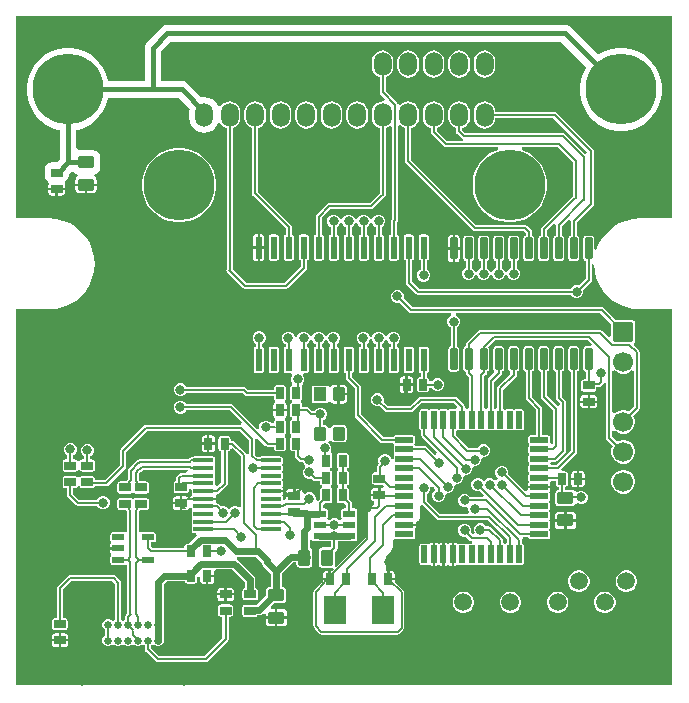
<source format=gtl>
G04*
G04 #@! TF.GenerationSoftware,Altium Limited,Altium Designer,25.8.1 (18)*
G04*
G04 Layer_Physical_Order=1*
G04 Layer_Color=255*
%FSLAX44Y44*%
%MOMM*%
G71*
G04*
G04 #@! TF.SameCoordinates,23F0502B-7B20-4CC9-97BB-DA64BA6573D7*
G04*
G04*
G04 #@! TF.FilePolarity,Positive*
G04*
G01*
G75*
%ADD10C,0.4000*%
%ADD11C,0.2000*%
G04:AMPARAMS|DCode=15|XSize=1.05mm|YSize=0.55mm|CornerRadius=0.0688mm|HoleSize=0mm|Usage=FLASHONLY|Rotation=0.000|XOffset=0mm|YOffset=0mm|HoleType=Round|Shape=RoundedRectangle|*
%AMROUNDEDRECTD15*
21,1,1.0500,0.4125,0,0,0.0*
21,1,0.9125,0.5500,0,0,0.0*
1,1,0.1375,0.4563,-0.2063*
1,1,0.1375,-0.4563,-0.2063*
1,1,0.1375,-0.4563,0.2063*
1,1,0.1375,0.4563,0.2063*
%
%ADD15ROUNDEDRECTD15*%
G04:AMPARAMS|DCode=16|XSize=0.72mm|YSize=0.99mm|CornerRadius=0.09mm|HoleSize=0mm|Usage=FLASHONLY|Rotation=90.000|XOffset=0mm|YOffset=0mm|HoleType=Round|Shape=RoundedRectangle|*
%AMROUNDEDRECTD16*
21,1,0.7200,0.8100,0,0,90.0*
21,1,0.5400,0.9900,0,0,90.0*
1,1,0.1800,0.4050,0.2700*
1,1,0.1800,0.4050,-0.2700*
1,1,0.1800,-0.4050,-0.2700*
1,1,0.1800,-0.4050,0.2700*
%
%ADD16ROUNDEDRECTD16*%
G04:AMPARAMS|DCode=17|XSize=1.5mm|YSize=0.54mm|CornerRadius=0.0675mm|HoleSize=0mm|Usage=FLASHONLY|Rotation=270.000|XOffset=0mm|YOffset=0mm|HoleType=Round|Shape=RoundedRectangle|*
%AMROUNDEDRECTD17*
21,1,1.5000,0.4050,0,0,270.0*
21,1,1.3650,0.5400,0,0,270.0*
1,1,0.1350,-0.2025,-0.6825*
1,1,0.1350,-0.2025,0.6825*
1,1,0.1350,0.2025,0.6825*
1,1,0.1350,0.2025,-0.6825*
%
%ADD17ROUNDEDRECTD17*%
G04:AMPARAMS|DCode=18|XSize=1.5mm|YSize=0.54mm|CornerRadius=0.0675mm|HoleSize=0mm|Usage=FLASHONLY|Rotation=180.000|XOffset=0mm|YOffset=0mm|HoleType=Round|Shape=RoundedRectangle|*
%AMROUNDEDRECTD18*
21,1,1.5000,0.4050,0,0,180.0*
21,1,1.3650,0.5400,0,0,180.0*
1,1,0.1350,-0.6825,0.2025*
1,1,0.1350,0.6825,0.2025*
1,1,0.1350,0.6825,-0.2025*
1,1,0.1350,-0.6825,-0.2025*
%
%ADD18ROUNDEDRECTD18*%
G04:AMPARAMS|DCode=19|XSize=0.6mm|YSize=1.85mm|CornerRadius=0.075mm|HoleSize=0mm|Usage=FLASHONLY|Rotation=0.000|XOffset=0mm|YOffset=0mm|HoleType=Round|Shape=RoundedRectangle|*
%AMROUNDEDRECTD19*
21,1,0.6000,1.7000,0,0,0.0*
21,1,0.4500,1.8500,0,0,0.0*
1,1,0.1500,0.2250,-0.8500*
1,1,0.1500,-0.2250,-0.8500*
1,1,0.1500,-0.2250,0.8500*
1,1,0.1500,0.2250,0.8500*
%
%ADD19ROUNDEDRECTD19*%
G04:AMPARAMS|DCode=20|XSize=0.72mm|YSize=0.99mm|CornerRadius=0.09mm|HoleSize=0mm|Usage=FLASHONLY|Rotation=0.000|XOffset=0mm|YOffset=0mm|HoleType=Round|Shape=RoundedRectangle|*
%AMROUNDEDRECTD20*
21,1,0.7200,0.8100,0,0,0.0*
21,1,0.5400,0.9900,0,0,0.0*
1,1,0.1800,0.2700,-0.4050*
1,1,0.1800,-0.2700,-0.4050*
1,1,0.1800,-0.2700,0.4050*
1,1,0.1800,0.2700,0.4050*
%
%ADD20ROUNDEDRECTD20*%
G04:AMPARAMS|DCode=21|XSize=0.55mm|YSize=1.9mm|CornerRadius=0.0688mm|HoleSize=0mm|Usage=FLASHONLY|Rotation=0.000|XOffset=0mm|YOffset=0mm|HoleType=Round|Shape=RoundedRectangle|*
%AMROUNDEDRECTD21*
21,1,0.5500,1.7625,0,0,0.0*
21,1,0.4125,1.9000,0,0,0.0*
1,1,0.1375,0.2063,-0.8813*
1,1,0.1375,-0.2063,-0.8813*
1,1,0.1375,-0.2063,0.8813*
1,1,0.1375,0.2063,0.8813*
%
%ADD21ROUNDEDRECTD21*%
G04:AMPARAMS|DCode=22|XSize=1.4mm|YSize=1.05mm|CornerRadius=0.1313mm|HoleSize=0mm|Usage=FLASHONLY|Rotation=0.000|XOffset=0mm|YOffset=0mm|HoleType=Round|Shape=RoundedRectangle|*
%AMROUNDEDRECTD22*
21,1,1.4000,0.7875,0,0,0.0*
21,1,1.1375,1.0500,0,0,0.0*
1,1,0.2625,0.5688,-0.3938*
1,1,0.2625,-0.5688,-0.3938*
1,1,0.2625,-0.5688,0.3938*
1,1,0.2625,0.5688,0.3938*
%
%ADD22ROUNDEDRECTD22*%
G04:AMPARAMS|DCode=23|XSize=1.9mm|YSize=2.4mm|CornerRadius=0.0475mm|HoleSize=0mm|Usage=FLASHONLY|Rotation=0.000|XOffset=0mm|YOffset=0mm|HoleType=Round|Shape=RoundedRectangle|*
%AMROUNDEDRECTD23*
21,1,1.9000,2.3050,0,0,0.0*
21,1,1.8050,2.4000,0,0,0.0*
1,1,0.0950,0.9025,-1.1525*
1,1,0.0950,-0.9025,-1.1525*
1,1,0.0950,-0.9025,1.1525*
1,1,0.0950,0.9025,1.1525*
%
%ADD23ROUNDEDRECTD23*%
G04:AMPARAMS|DCode=24|XSize=1.4mm|YSize=1.05mm|CornerRadius=0.1313mm|HoleSize=0mm|Usage=FLASHONLY|Rotation=90.000|XOffset=0mm|YOffset=0mm|HoleType=Round|Shape=RoundedRectangle|*
%AMROUNDEDRECTD24*
21,1,1.4000,0.7875,0,0,90.0*
21,1,1.1375,1.0500,0,0,90.0*
1,1,0.2625,0.3938,0.5688*
1,1,0.2625,0.3938,-0.5688*
1,1,0.2625,-0.3938,-0.5688*
1,1,0.2625,-0.3938,0.5688*
%
%ADD24ROUNDEDRECTD24*%
G04:AMPARAMS|DCode=25|XSize=1.7mm|YSize=0.35mm|CornerRadius=0.0438mm|HoleSize=0mm|Usage=FLASHONLY|Rotation=180.000|XOffset=0mm|YOffset=0mm|HoleType=Round|Shape=RoundedRectangle|*
%AMROUNDEDRECTD25*
21,1,1.7000,0.2625,0,0,180.0*
21,1,1.6125,0.3500,0,0,180.0*
1,1,0.0875,-0.8063,0.1313*
1,1,0.0875,0.8063,0.1313*
1,1,0.0875,0.8063,-0.1313*
1,1,0.0875,-0.8063,-0.1313*
%
%ADD25ROUNDEDRECTD25*%
G04:AMPARAMS|DCode=26|XSize=1.15mm|YSize=1.05mm|CornerRadius=0.1313mm|HoleSize=0mm|Usage=FLASHONLY|Rotation=270.000|XOffset=0mm|YOffset=0mm|HoleType=Round|Shape=RoundedRectangle|*
%AMROUNDEDRECTD26*
21,1,1.1500,0.7875,0,0,270.0*
21,1,0.8875,1.0500,0,0,270.0*
1,1,0.2625,-0.3938,-0.4438*
1,1,0.2625,-0.3938,0.4438*
1,1,0.2625,0.3938,0.4438*
1,1,0.2625,0.3938,-0.4438*
%
%ADD26ROUNDEDRECTD26*%
%ADD27R,1.0500X1.1500*%
%ADD52C,0.6000*%
%ADD53C,0.6500*%
%ADD54C,1.5000*%
G04:AMPARAMS|DCode=55|XSize=0.9mm|YSize=2.4mm|CornerRadius=0.45mm|HoleSize=0mm|Usage=FLASHONLY|Rotation=0.000|XOffset=0mm|YOffset=0mm|HoleType=Round|Shape=RoundedRectangle|*
%AMROUNDEDRECTD55*
21,1,0.9000,1.5000,0,0,0.0*
21,1,0.0000,2.4000,0,0,0.0*
1,1,0.9000,0.0000,-0.7500*
1,1,0.9000,0.0000,-0.7500*
1,1,0.9000,0.0000,0.7500*
1,1,0.9000,0.0000,0.7500*
%
%ADD55ROUNDEDRECTD55*%
G04:AMPARAMS|DCode=56|XSize=0.9mm|YSize=1.7mm|CornerRadius=0.45mm|HoleSize=0mm|Usage=FLASHONLY|Rotation=0.000|XOffset=0mm|YOffset=0mm|HoleType=Round|Shape=RoundedRectangle|*
%AMROUNDEDRECTD56*
21,1,0.9000,0.8000,0,0,0.0*
21,1,0.0000,1.7000,0,0,0.0*
1,1,0.9000,0.0000,-0.4000*
1,1,0.9000,0.0000,-0.4000*
1,1,0.9000,0.0000,0.4000*
1,1,0.9000,0.0000,0.4000*
%
%ADD56ROUNDEDRECTD56*%
%ADD57O,1.5000X2.0000*%
%ADD58C,6.0000*%
G04:AMPARAMS|DCode=59|XSize=1.7mm|YSize=1.7mm|CornerRadius=0.05mm|HoleSize=0mm|Usage=FLASHONLY|Rotation=270.000|XOffset=0mm|YOffset=0mm|HoleType=Round|Shape=RoundedRectangle|*
%AMROUNDEDRECTD59*
21,1,1.7000,1.6000,0,0,270.0*
21,1,1.6000,1.7000,0,0,270.0*
1,1,0.1000,-0.8000,-0.8000*
1,1,0.1000,-0.8000,0.8000*
1,1,0.1000,0.8000,0.8000*
1,1,0.1000,0.8000,-0.8000*
%
%ADD59ROUNDEDRECTD59*%
%ADD60C,1.7000*%
%ADD61C,0.8000*%
G36*
X560747Y400153D02*
X533050D01*
Y400169D01*
X527024Y399695D01*
X521147Y398284D01*
X515563Y395970D01*
X510409Y392812D01*
X505813Y388887D01*
X501888Y384291D01*
X498730Y379137D01*
X496417Y373553D01*
X494491Y374046D01*
Y383188D01*
X494314Y384074D01*
X493813Y384825D01*
X493062Y385326D01*
X492176Y385503D01*
X487676D01*
X486790Y385326D01*
X486040Y384825D01*
X485538Y384074D01*
X485362Y383188D01*
Y366188D01*
X485538Y365302D01*
X486040Y364551D01*
X486790Y364050D01*
X487357Y363937D01*
Y349322D01*
X481422Y343387D01*
X480864Y343618D01*
X478668D01*
X476639Y342778D01*
X475086Y341225D01*
X474855Y340667D01*
X346210D01*
X340095Y346782D01*
Y364476D01*
X340450Y364546D01*
X341180Y365034D01*
X341668Y365764D01*
X341839Y366626D01*
Y384250D01*
X341668Y385112D01*
X341180Y385842D01*
X340450Y386330D01*
X339589Y386501D01*
X335464D01*
X334602Y386330D01*
X333872Y385842D01*
X333384Y385112D01*
X333213Y384250D01*
Y366626D01*
X333384Y365764D01*
X333872Y365034D01*
X334602Y364546D01*
X334957Y364476D01*
Y345718D01*
X335152Y344735D01*
X335709Y343901D01*
X343329Y336281D01*
X344163Y335724D01*
X345146Y335529D01*
X474855D01*
X475086Y334971D01*
X476639Y333418D01*
X478668Y332578D01*
X480864D01*
X482893Y333418D01*
X484446Y334971D01*
X485286Y337000D01*
Y339196D01*
X485055Y339753D01*
X491743Y346441D01*
X492300Y347275D01*
X492495Y348258D01*
X492495Y348258D01*
Y361794D01*
X492540Y361839D01*
X493370Y361760D01*
X494607Y360691D01*
X495005Y355624D01*
X496417Y349747D01*
X498730Y344163D01*
X501888Y339009D01*
X505813Y334413D01*
X510409Y330488D01*
X515563Y327330D01*
X521147Y325017D01*
X527024Y323605D01*
X533050Y323131D01*
Y323147D01*
X560747D01*
Y5353D01*
X5353D01*
Y323147D01*
X33050D01*
Y323131D01*
X39076Y323605D01*
X44953Y325017D01*
X50537Y327330D01*
X55691Y330488D01*
X60287Y334413D01*
X64212Y339009D01*
X67370Y344163D01*
X69683Y349747D01*
X71094Y355624D01*
X71569Y361650D01*
X71094Y367676D01*
X69683Y373553D01*
X67370Y379137D01*
X64212Y384291D01*
X60287Y388887D01*
X55691Y392812D01*
X50537Y395970D01*
X44953Y398284D01*
X39076Y399695D01*
X33050Y400169D01*
Y400153D01*
X5353D01*
Y571247D01*
X560747D01*
Y400153D01*
D02*
G37*
%LPC*%
G36*
X401804Y542310D02*
X399450Y542000D01*
X397255Y541091D01*
X395371Y539645D01*
X393925Y537761D01*
X393017Y535567D01*
X392706Y533212D01*
Y528212D01*
X393017Y525858D01*
X393925Y523663D01*
X395371Y521779D01*
X397255Y520333D01*
X399450Y519424D01*
X401804Y519114D01*
X404159Y519424D01*
X406353Y520333D01*
X408237Y521779D01*
X409683Y523663D01*
X410592Y525858D01*
X410902Y528212D01*
Y533212D01*
X410592Y535567D01*
X409683Y537761D01*
X408237Y539645D01*
X406353Y541091D01*
X404159Y542000D01*
X401804Y542310D01*
D02*
G37*
G36*
X380214D02*
X377860Y542000D01*
X375665Y541091D01*
X373781Y539645D01*
X372335Y537761D01*
X371427Y535567D01*
X371116Y533212D01*
Y528212D01*
X371427Y525858D01*
X372335Y523663D01*
X373781Y521779D01*
X375665Y520333D01*
X377860Y519424D01*
X380214Y519114D01*
X382569Y519424D01*
X384763Y520333D01*
X386647Y521779D01*
X388093Y523663D01*
X389002Y525858D01*
X389312Y528212D01*
Y533212D01*
X389002Y535567D01*
X388093Y537761D01*
X386647Y539645D01*
X384763Y541091D01*
X382569Y542000D01*
X380214Y542310D01*
D02*
G37*
G36*
X358624D02*
X356270Y542000D01*
X354075Y541091D01*
X352191Y539645D01*
X350745Y537761D01*
X349837Y535567D01*
X349526Y533212D01*
Y528212D01*
X349837Y525858D01*
X350745Y523663D01*
X352191Y521779D01*
X354075Y520333D01*
X356270Y519424D01*
X358624Y519114D01*
X360979Y519424D01*
X363173Y520333D01*
X365057Y521779D01*
X366503Y523663D01*
X367412Y525858D01*
X367722Y528212D01*
Y533212D01*
X367412Y535567D01*
X366503Y537761D01*
X365057Y539645D01*
X363173Y541091D01*
X360979Y542000D01*
X358624Y542310D01*
D02*
G37*
G36*
X337034D02*
X334680Y542000D01*
X332485Y541091D01*
X330601Y539645D01*
X329155Y537761D01*
X328246Y535567D01*
X327937Y533212D01*
Y528212D01*
X328246Y525858D01*
X329155Y523663D01*
X330601Y521779D01*
X332485Y520333D01*
X334680Y519424D01*
X337034Y519114D01*
X339389Y519424D01*
X341583Y520333D01*
X343467Y521779D01*
X344913Y523663D01*
X345822Y525858D01*
X346132Y528212D01*
Y533212D01*
X345822Y535567D01*
X344913Y537761D01*
X343467Y539645D01*
X341583Y541091D01*
X339389Y542000D01*
X337034Y542310D01*
D02*
G37*
G36*
X315444D02*
X313090Y542000D01*
X310895Y541091D01*
X309011Y539645D01*
X307565Y537761D01*
X306656Y535567D01*
X306346Y533212D01*
Y528212D01*
X306656Y525858D01*
X307565Y523663D01*
X309011Y521779D01*
X310895Y520333D01*
X312875Y519513D01*
Y506822D01*
X313071Y505839D01*
X313627Y505005D01*
X317502Y501130D01*
X316568Y499236D01*
X315444Y499384D01*
X313090Y499074D01*
X310895Y498165D01*
X309011Y496719D01*
X307565Y494835D01*
X306656Y492641D01*
X306346Y490286D01*
Y485286D01*
X306656Y482932D01*
X307565Y480737D01*
X309011Y478853D01*
X310895Y477407D01*
X312806Y476616D01*
Y421307D01*
X304556Y413057D01*
X270216D01*
X269233Y412862D01*
X268399Y412305D01*
X259509Y403415D01*
X258952Y402581D01*
X258757Y401598D01*
Y386400D01*
X258402Y386330D01*
X257672Y385842D01*
X257184Y385112D01*
X257013Y384250D01*
Y366626D01*
X257184Y365764D01*
X257672Y365034D01*
X258402Y364546D01*
X259264Y364375D01*
X263389D01*
X264250Y364546D01*
X264980Y365034D01*
X265468Y365764D01*
X265639Y366626D01*
Y384250D01*
X265468Y385112D01*
X264980Y385842D01*
X264250Y386330D01*
X263895Y386400D01*
Y400534D01*
X271280Y407919D01*
X305620D01*
X306603Y408114D01*
X307437Y408671D01*
X316969Y418203D01*
X317192Y418352D01*
X317749Y419186D01*
X317944Y420169D01*
Y476559D01*
X319993Y477407D01*
X321375Y478467D01*
X323033Y477874D01*
X323375Y477584D01*
Y464478D01*
X323571Y463495D01*
X323601Y463450D01*
Y400276D01*
X323009Y399685D01*
X322452Y398851D01*
X322257Y397868D01*
Y386400D01*
X321902Y386330D01*
X321172Y385842D01*
X320684Y385112D01*
X320513Y384250D01*
Y366626D01*
X320684Y365764D01*
X321172Y365034D01*
X321902Y364546D01*
X322764Y364375D01*
X326889D01*
X327750Y364546D01*
X328480Y365034D01*
X328968Y365764D01*
X329139Y366626D01*
Y384250D01*
X328968Y385112D01*
X328480Y385842D01*
X327750Y386330D01*
X327395Y386400D01*
Y396804D01*
X327764Y397172D01*
X327987Y397321D01*
X328544Y398155D01*
X328739Y399138D01*
Y464253D01*
X328544Y465236D01*
X328514Y465281D01*
Y478288D01*
X330514Y478967D01*
X330601Y478853D01*
X332485Y477407D01*
X334396Y476616D01*
Y448406D01*
X334591Y447422D01*
X335148Y446589D01*
X391554Y390183D01*
X391554Y390183D01*
X392388Y389626D01*
X393371Y389431D01*
X434960D01*
X436557Y387834D01*
Y385439D01*
X435990Y385326D01*
X435239Y384825D01*
X434738Y384074D01*
X434562Y383188D01*
Y366188D01*
X434738Y365302D01*
X435239Y364551D01*
X435990Y364050D01*
X436876Y363873D01*
X441376D01*
X442262Y364050D01*
X443013Y364551D01*
X443514Y365302D01*
X443690Y366188D01*
Y383188D01*
X443514Y384074D01*
X443013Y384825D01*
X442262Y385326D01*
X441695Y385439D01*
Y388898D01*
X441500Y389881D01*
X440943Y390715D01*
X437841Y393817D01*
X437007Y394374D01*
X436024Y394569D01*
X394435D01*
X339534Y449470D01*
Y476559D01*
X341583Y477407D01*
X343467Y478853D01*
X344913Y480737D01*
X345822Y482932D01*
X346132Y485286D01*
Y490286D01*
X345822Y492641D01*
X344913Y494835D01*
X343467Y496719D01*
X341583Y498165D01*
X339389Y499074D01*
X337034Y499384D01*
X334680Y499074D01*
X332485Y498165D01*
X330601Y496719D01*
X330438Y496506D01*
X330419Y496504D01*
X328362Y497086D01*
X328318Y497305D01*
X327761Y498139D01*
X318014Y507886D01*
Y519513D01*
X319993Y520333D01*
X321878Y521779D01*
X323323Y523663D01*
X324232Y525858D01*
X324542Y528212D01*
Y533212D01*
X324232Y535567D01*
X323323Y537761D01*
X321878Y539645D01*
X319993Y541091D01*
X317799Y542000D01*
X315444Y542310D01*
D02*
G37*
G36*
X293854Y499384D02*
X291500Y499074D01*
X289305Y498165D01*
X287421Y496719D01*
X285975Y494835D01*
X285067Y492641D01*
X284757Y490286D01*
Y485286D01*
X285067Y482932D01*
X285975Y480737D01*
X287421Y478853D01*
X289305Y477407D01*
X291500Y476498D01*
X293854Y476188D01*
X296209Y476498D01*
X298403Y477407D01*
X300287Y478853D01*
X301733Y480737D01*
X302642Y482932D01*
X302952Y485286D01*
Y490286D01*
X302642Y492641D01*
X301733Y494835D01*
X300287Y496719D01*
X298403Y498165D01*
X296209Y499074D01*
X293854Y499384D01*
D02*
G37*
G36*
X272264D02*
X269910Y499074D01*
X267715Y498165D01*
X265831Y496719D01*
X264385Y494835D01*
X263477Y492641D01*
X263167Y490286D01*
Y485286D01*
X263477Y482932D01*
X264385Y480737D01*
X265831Y478853D01*
X267715Y477407D01*
X269910Y476498D01*
X272264Y476188D01*
X274619Y476498D01*
X276813Y477407D01*
X278697Y478853D01*
X280143Y480737D01*
X281052Y482932D01*
X281362Y485286D01*
Y490286D01*
X281052Y492641D01*
X280143Y494835D01*
X278697Y496719D01*
X276813Y498165D01*
X274619Y499074D01*
X272264Y499384D01*
D02*
G37*
G36*
X250674D02*
X248320Y499074D01*
X246125Y498165D01*
X244241Y496719D01*
X242795Y494835D01*
X241887Y492641D01*
X241576Y490286D01*
Y485286D01*
X241887Y482932D01*
X242795Y480737D01*
X244241Y478853D01*
X246125Y477407D01*
X248320Y476498D01*
X250674Y476188D01*
X253029Y476498D01*
X255223Y477407D01*
X257108Y478853D01*
X258553Y480737D01*
X259462Y482932D01*
X259772Y485286D01*
Y490286D01*
X259462Y492641D01*
X258553Y494835D01*
X257108Y496719D01*
X255223Y498165D01*
X253029Y499074D01*
X250674Y499384D01*
D02*
G37*
G36*
X229084D02*
X226730Y499074D01*
X224535Y498165D01*
X222651Y496719D01*
X221205Y494835D01*
X220296Y492641D01*
X219986Y490286D01*
Y485286D01*
X220296Y482932D01*
X221205Y480737D01*
X222651Y478853D01*
X224535Y477407D01*
X226730Y476498D01*
X229084Y476188D01*
X231439Y476498D01*
X233633Y477407D01*
X235518Y478853D01*
X236963Y480737D01*
X237872Y482932D01*
X238182Y485286D01*
Y490286D01*
X237872Y492641D01*
X236963Y494835D01*
X235518Y496719D01*
X233633Y498165D01*
X231439Y499074D01*
X229084Y499384D01*
D02*
G37*
G36*
X469619Y563810D02*
X133250D01*
X131423Y563570D01*
X129720Y562864D01*
X128258Y561742D01*
X115920Y549405D01*
X114798Y547943D01*
X114093Y546240D01*
X113852Y544413D01*
Y516310D01*
X83316D01*
X83137Y517445D01*
X81434Y522685D01*
X78933Y527593D01*
X75695Y532050D01*
X71799Y535946D01*
X67342Y539184D01*
X62434Y541685D01*
X57194Y543387D01*
X51753Y544249D01*
X46244D01*
X40802Y543387D01*
X35563Y541685D01*
X30654Y539184D01*
X26197Y535946D01*
X22302Y532050D01*
X19064Y527593D01*
X16563Y522685D01*
X14860Y517445D01*
X13998Y512004D01*
Y506495D01*
X14860Y501053D01*
X16563Y495814D01*
X19064Y490905D01*
X22302Y486448D01*
X26197Y482553D01*
X30654Y479314D01*
X35563Y476813D01*
X40802Y475111D01*
X41938Y474931D01*
Y450077D01*
X39497Y447636D01*
X35366D01*
X33064Y447178D01*
X31112Y445874D01*
X29808Y443922D01*
X29350Y441620D01*
Y436220D01*
X29808Y433918D01*
X31112Y431966D01*
X32021Y431359D01*
X32077Y431295D01*
X32634Y428951D01*
X32409Y427820D01*
Y426120D01*
X39416D01*
Y425120D01*
D01*
Y426120D01*
X46423D01*
Y427820D01*
X46198Y428951D01*
X46755Y431295D01*
X46811Y431359D01*
X47719Y431966D01*
X49023Y433918D01*
X49481Y436220D01*
Y437651D01*
X51377Y439547D01*
X53868Y439333D01*
X54019Y439108D01*
X56107Y437712D01*
X56820Y437570D01*
X57080Y436481D01*
X57031Y435489D01*
X56182Y434922D01*
X55450Y433826D01*
X55192Y432534D01*
Y429596D01*
X73322D01*
Y432534D01*
X73065Y433826D01*
X72333Y434922D01*
X71484Y435489D01*
X71435Y436481D01*
X71695Y437570D01*
X72408Y437712D01*
X74496Y439108D01*
X75891Y441196D01*
X76381Y443659D01*
Y451534D01*
X75891Y453997D01*
X74496Y456085D01*
X72408Y457480D01*
X69945Y457970D01*
X58570D01*
X58059Y457868D01*
X56059Y459509D01*
Y474931D01*
X57194Y475111D01*
X62434Y476813D01*
X67342Y479314D01*
X71799Y482553D01*
X75695Y486448D01*
X78933Y490905D01*
X81434Y495814D01*
X83137Y501053D01*
X83316Y502189D01*
X142427D01*
X152012Y492604D01*
X151706Y490286D01*
Y485286D01*
X152136Y482023D01*
X153396Y478982D01*
X155399Y476371D01*
X158010Y474367D01*
X161051Y473108D01*
X164314Y472678D01*
X167577Y473108D01*
X170618Y474367D01*
X173229Y476371D01*
X175233Y478982D01*
X175910Y480617D01*
X177667Y480717D01*
X178090Y480653D01*
X179471Y478853D01*
X181355Y477407D01*
X183266Y476616D01*
Y356885D01*
X183192Y356513D01*
X183387Y355530D01*
X183944Y354696D01*
X197279Y341361D01*
X198113Y340804D01*
X199096Y340609D01*
X233386D01*
X234369Y340804D01*
X235203Y341361D01*
X250443Y356601D01*
X250443Y356601D01*
X251000Y357435D01*
X251196Y358418D01*
X251196Y358418D01*
Y364476D01*
X251550Y364546D01*
X252280Y365034D01*
X252768Y365764D01*
X252939Y366626D01*
Y384250D01*
X252768Y385112D01*
X252280Y385842D01*
X251550Y386330D01*
X250688Y386501D01*
X246564D01*
X245702Y386330D01*
X244972Y385842D01*
X244484Y385112D01*
X244313Y384250D01*
Y366626D01*
X244484Y365764D01*
X244972Y365034D01*
X245702Y364546D01*
X246057Y364476D01*
Y359482D01*
X232322Y345747D01*
X200160D01*
X188404Y357503D01*
Y476559D01*
X190453Y477407D01*
X192337Y478853D01*
X193783Y480737D01*
X194692Y482932D01*
X195002Y485286D01*
Y490286D01*
X194692Y492641D01*
X193783Y494835D01*
X192337Y496719D01*
X190453Y498165D01*
X188259Y499074D01*
X185904Y499384D01*
X183550Y499074D01*
X181355Y498165D01*
X179471Y496719D01*
X178090Y494919D01*
X177667Y494855D01*
X175910Y494955D01*
X175233Y496590D01*
X173229Y499201D01*
X170618Y501205D01*
X167577Y502464D01*
X164314Y502894D01*
X161996Y502589D01*
X150344Y514242D01*
X148882Y515364D01*
X147179Y516069D01*
X145351Y516310D01*
X127973D01*
Y541488D01*
X136174Y549690D01*
X466695D01*
X487861Y528523D01*
X487186Y527593D01*
X484685Y522685D01*
X482982Y517445D01*
X482120Y512004D01*
Y506495D01*
X482982Y501053D01*
X484685Y495814D01*
X487186Y490905D01*
X490424Y486448D01*
X494319Y482553D01*
X498776Y479314D01*
X503685Y476813D01*
X508924Y475111D01*
X514366Y474249D01*
X519875D01*
X525316Y475111D01*
X530556Y476813D01*
X535464Y479314D01*
X539921Y482553D01*
X543817Y486448D01*
X547055Y490905D01*
X549556Y495814D01*
X551259Y501053D01*
X552120Y506495D01*
Y512004D01*
X551259Y517445D01*
X549556Y522685D01*
X547055Y527593D01*
X543817Y532050D01*
X539921Y535946D01*
X535464Y539184D01*
X530556Y541685D01*
X525316Y543387D01*
X519875Y544249D01*
X514366D01*
X508924Y543387D01*
X503685Y541685D01*
X498776Y539184D01*
X497846Y538508D01*
X474612Y561742D01*
X473150Y562864D01*
X471447Y563570D01*
X469619Y563810D01*
D02*
G37*
G36*
X401804Y499384D02*
X399450Y499074D01*
X397255Y498165D01*
X395371Y496719D01*
X393925Y494835D01*
X393017Y492641D01*
X392706Y490286D01*
Y485286D01*
X393017Y482932D01*
X393925Y480737D01*
X395371Y478853D01*
X397255Y477407D01*
X399450Y476498D01*
X401804Y476188D01*
X404159Y476498D01*
X406353Y477407D01*
X408237Y478853D01*
X409683Y480737D01*
X410592Y482932D01*
X410893Y485217D01*
X459899D01*
X488734Y456382D01*
X488584Y455628D01*
X486414Y454970D01*
X469817Y471567D01*
X468983Y472124D01*
X468000Y472319D01*
X385242D01*
X382822Y474739D01*
X383013Y476682D01*
X384763Y477407D01*
X386647Y478853D01*
X388093Y480737D01*
X389002Y482932D01*
X389312Y485286D01*
Y490286D01*
X389002Y492641D01*
X388093Y494835D01*
X386647Y496719D01*
X384763Y498165D01*
X382569Y499074D01*
X380214Y499384D01*
X377860Y499074D01*
X375665Y498165D01*
X373781Y496719D01*
X372335Y494835D01*
X371427Y492641D01*
X371116Y490286D01*
Y485286D01*
X371427Y482932D01*
X372335Y480737D01*
X373781Y478853D01*
X375665Y477407D01*
X377645Y476587D01*
Y473713D01*
X377840Y472730D01*
X378397Y471896D01*
X382360Y467933D01*
X383194Y467376D01*
X383484Y467318D01*
X383287Y465319D01*
X370315D01*
X361194Y474440D01*
Y476587D01*
X363173Y477407D01*
X365057Y478853D01*
X366503Y480737D01*
X367412Y482932D01*
X367722Y485286D01*
Y490286D01*
X367412Y492641D01*
X366503Y494835D01*
X365057Y496719D01*
X363173Y498165D01*
X360979Y499074D01*
X358624Y499384D01*
X356270Y499074D01*
X354075Y498165D01*
X352191Y496719D01*
X350745Y494835D01*
X349837Y492641D01*
X349526Y490286D01*
Y485286D01*
X349837Y482932D01*
X350745Y480737D01*
X352191Y478853D01*
X354075Y477407D01*
X356055Y476587D01*
Y473376D01*
X356250Y472392D01*
X356808Y471559D01*
X367434Y460932D01*
X368268Y460375D01*
X369251Y460180D01*
X412693D01*
X413010Y458180D01*
X410951Y457511D01*
X406530Y455258D01*
X402516Y452342D01*
X399008Y448834D01*
X396092Y444820D01*
X393839Y440400D01*
X392306Y435681D01*
X391530Y430781D01*
Y425819D01*
X392306Y420919D01*
X393839Y416200D01*
X396092Y411780D01*
X399008Y407766D01*
X402516Y404258D01*
X406530Y401342D01*
X410951Y399089D01*
X415669Y397556D01*
X420569Y396780D01*
X425531D01*
X430431Y397556D01*
X435149Y399089D01*
X439570Y401342D01*
X443584Y404258D01*
X447092Y407766D01*
X450008Y411780D01*
X452261Y416200D01*
X453794Y420919D01*
X454570Y425819D01*
Y430781D01*
X453794Y435681D01*
X452261Y440400D01*
X450008Y444820D01*
X447092Y448834D01*
X443584Y452342D01*
X439570Y455258D01*
X435149Y457511D01*
X433090Y458180D01*
X433407Y460180D01*
X463627D01*
X476181Y447626D01*
Y418920D01*
X450009Y392749D01*
X449452Y391915D01*
X449257Y390932D01*
Y385439D01*
X448690Y385326D01*
X447939Y384825D01*
X447438Y384074D01*
X447262Y383188D01*
Y366188D01*
X447438Y365302D01*
X447939Y364551D01*
X448690Y364050D01*
X449576Y363873D01*
X454076D01*
X454962Y364050D01*
X455713Y364551D01*
X456214Y365302D01*
X456390Y366188D01*
Y383188D01*
X456214Y384074D01*
X455713Y384825D01*
X454962Y385326D01*
X454395Y385439D01*
Y389868D01*
X460043Y395516D01*
X461290Y395103D01*
X461957Y394601D01*
Y385439D01*
X461390Y385326D01*
X460639Y384825D01*
X460138Y384074D01*
X459962Y383188D01*
Y366188D01*
X460138Y365302D01*
X460639Y364551D01*
X461390Y364050D01*
X462276Y363873D01*
X466776D01*
X467662Y364050D01*
X468413Y364551D01*
X468914Y365302D01*
X469090Y366188D01*
Y383188D01*
X468914Y384074D01*
X468413Y384825D01*
X467662Y385326D01*
X467095Y385439D01*
Y393818D01*
X472430Y399153D01*
X472845Y399090D01*
X474657Y397946D01*
Y385439D01*
X474090Y385326D01*
X473340Y384825D01*
X472838Y384074D01*
X472662Y383188D01*
Y366188D01*
X472838Y365302D01*
X473340Y364551D01*
X474090Y364050D01*
X474976Y363873D01*
X479476D01*
X480362Y364050D01*
X481113Y364551D01*
X481614Y365302D01*
X481791Y366188D01*
Y383188D01*
X481614Y384074D01*
X481113Y384825D01*
X480362Y385326D01*
X479795Y385439D01*
Y396881D01*
X493594Y410680D01*
X493817Y410829D01*
X494374Y411662D01*
X494569Y412646D01*
Y456750D01*
X494374Y457733D01*
X493817Y458567D01*
X462781Y489603D01*
X461947Y490160D01*
X460964Y490356D01*
X410893D01*
X410592Y492641D01*
X409683Y494835D01*
X408237Y496719D01*
X406353Y498165D01*
X404159Y499074D01*
X401804Y499384D01*
D02*
G37*
G36*
X73322Y427596D02*
X65257D01*
Y421281D01*
X69945D01*
X71237Y421538D01*
X72333Y422270D01*
X73065Y423366D01*
X73322Y424659D01*
Y427596D01*
D02*
G37*
G36*
X63257D02*
X55192D01*
Y424659D01*
X55450Y423366D01*
X56182Y422270D01*
X57277Y421538D01*
X58570Y421281D01*
X63257D01*
Y427596D01*
D02*
G37*
G36*
X46423Y424120D02*
X40416D01*
Y419463D01*
X43466D01*
X44597Y419688D01*
X45557Y420329D01*
X46198Y421288D01*
X46423Y422420D01*
Y424120D01*
D02*
G37*
G36*
X38416D02*
X32409D01*
Y422420D01*
X32634Y421288D01*
X33275Y420329D01*
X34234Y419688D01*
X35366Y419463D01*
X38416D01*
Y424120D01*
D02*
G37*
G36*
X313224Y403308D02*
X311028D01*
X308999Y402468D01*
X307446Y400915D01*
X306794Y399339D01*
X304758D01*
X304106Y400915D01*
X302553Y402468D01*
X300524Y403308D01*
X298328D01*
X296299Y402468D01*
X294746Y400915D01*
X294094Y399339D01*
X292058D01*
X291406Y400915D01*
X289853Y402468D01*
X287824Y403308D01*
X285628D01*
X283599Y402468D01*
X282046Y400915D01*
X281394Y399339D01*
X279358D01*
X278706Y400915D01*
X277153Y402468D01*
X275124Y403308D01*
X272928D01*
X270899Y402468D01*
X269346Y400915D01*
X268506Y398886D01*
Y396690D01*
X269346Y394661D01*
X270899Y393108D01*
X271457Y392877D01*
Y386400D01*
X271102Y386330D01*
X270372Y385842D01*
X269884Y385112D01*
X269713Y384250D01*
Y366626D01*
X269884Y365764D01*
X270372Y365034D01*
X271102Y364546D01*
X271964Y364375D01*
X276089D01*
X276950Y364546D01*
X277680Y365034D01*
X278168Y365764D01*
X278339Y366626D01*
Y384250D01*
X278168Y385112D01*
X277680Y385842D01*
X276950Y386330D01*
X276595Y386400D01*
Y392877D01*
X277153Y393108D01*
X278706Y394661D01*
X279358Y396237D01*
X281394D01*
X282046Y394661D01*
X283599Y393108D01*
X284157Y392877D01*
Y386400D01*
X283802Y386330D01*
X283072Y385842D01*
X282584Y385112D01*
X282413Y384250D01*
Y366626D01*
X282584Y365764D01*
X283072Y365034D01*
X283802Y364546D01*
X284664Y364375D01*
X288789D01*
X289650Y364546D01*
X290380Y365034D01*
X290868Y365764D01*
X291039Y366626D01*
Y384250D01*
X290868Y385112D01*
X290380Y385842D01*
X289650Y386330D01*
X289295Y386400D01*
Y392877D01*
X289853Y393108D01*
X291406Y394661D01*
X292058Y396237D01*
X294094D01*
X294746Y394661D01*
X296299Y393108D01*
X296857Y392878D01*
Y386400D01*
X296502Y386330D01*
X295772Y385842D01*
X295284Y385112D01*
X295113Y384250D01*
Y366626D01*
X295284Y365764D01*
X295772Y365034D01*
X296502Y364546D01*
X297364Y364375D01*
X301488D01*
X302350Y364546D01*
X303080Y365034D01*
X303568Y365764D01*
X303739Y366626D01*
Y384250D01*
X303568Y385112D01*
X303080Y385842D01*
X302350Y386330D01*
X301995Y386400D01*
Y392877D01*
X302553Y393108D01*
X304106Y394661D01*
X304758Y396237D01*
X306794D01*
X307446Y394661D01*
X308999Y393108D01*
X309557Y392877D01*
Y386400D01*
X309202Y386330D01*
X308472Y385842D01*
X307984Y385112D01*
X307813Y384250D01*
Y366626D01*
X307984Y365764D01*
X308472Y365034D01*
X309202Y364546D01*
X310064Y364375D01*
X314188D01*
X315050Y364546D01*
X315780Y365034D01*
X316268Y365764D01*
X316439Y366626D01*
Y384250D01*
X316268Y385112D01*
X315780Y385842D01*
X315050Y386330D01*
X314695Y386400D01*
Y392877D01*
X315253Y393108D01*
X316806Y394661D01*
X317646Y396690D01*
Y398886D01*
X316806Y400915D01*
X315253Y402468D01*
X313224Y403308D01*
D02*
G37*
G36*
X145531Y459820D02*
X140569D01*
X135669Y459044D01*
X130950Y457511D01*
X126530Y455258D01*
X122516Y452342D01*
X119008Y448834D01*
X116092Y444820D01*
X113839Y440400D01*
X112306Y435681D01*
X111530Y430781D01*
Y425819D01*
X112306Y420919D01*
X113839Y416200D01*
X116092Y411780D01*
X119008Y407766D01*
X122516Y404258D01*
X126530Y401342D01*
X130950Y399089D01*
X135669Y397556D01*
X140569Y396780D01*
X145531D01*
X150431Y397556D01*
X155149Y399089D01*
X159570Y401342D01*
X163584Y404258D01*
X167092Y407766D01*
X170008Y411780D01*
X172261Y416200D01*
X173794Y420919D01*
X174570Y425819D01*
Y430781D01*
X173794Y435681D01*
X172261Y440400D01*
X170008Y444820D01*
X167092Y448834D01*
X163584Y452342D01*
X159570Y455258D01*
X155149Y457511D01*
X150431Y459044D01*
X145531Y459820D01*
D02*
G37*
G36*
X212589Y386991D02*
X211526D01*
Y376438D01*
X215329D01*
Y384250D01*
X215120Y385299D01*
X214526Y386188D01*
X213637Y386782D01*
X212589Y386991D01*
D02*
G37*
G36*
X209526D02*
X208464D01*
X207415Y386782D01*
X206526Y386188D01*
X205932Y385299D01*
X205723Y384250D01*
Y376438D01*
X209526D01*
Y386991D01*
D02*
G37*
G36*
X377876Y385992D02*
X376626D01*
Y375688D01*
X380680D01*
Y383188D01*
X380466Y384261D01*
X379859Y385171D01*
X378949Y385778D01*
X377876Y385992D01*
D02*
G37*
G36*
X374626D02*
X373376D01*
X372303Y385778D01*
X371393Y385171D01*
X370786Y384261D01*
X370572Y383188D01*
Y375688D01*
X374626D01*
Y385992D01*
D02*
G37*
G36*
X207494Y499384D02*
X205140Y499074D01*
X202945Y498165D01*
X201061Y496719D01*
X199615Y494835D01*
X198706Y492641D01*
X198396Y490286D01*
Y485286D01*
X198706Y482932D01*
X199615Y480737D01*
X201061Y478853D01*
X202945Y477407D01*
X204856Y476616D01*
Y421655D01*
X204782Y421283D01*
X204977Y420300D01*
X205534Y419466D01*
X233357Y391644D01*
Y386400D01*
X233002Y386330D01*
X232272Y385842D01*
X231784Y385112D01*
X231613Y384250D01*
Y366626D01*
X231784Y365764D01*
X232272Y365034D01*
X233002Y364546D01*
X233864Y364375D01*
X237988D01*
X238850Y364546D01*
X239580Y365034D01*
X240068Y365764D01*
X240239Y366626D01*
Y384250D01*
X240068Y385112D01*
X239580Y385842D01*
X238850Y386330D01*
X238496Y386400D01*
Y392708D01*
X238496Y392708D01*
X238300Y393691D01*
X237743Y394525D01*
X209994Y422273D01*
Y476559D01*
X212043Y477407D01*
X213927Y478853D01*
X215373Y480737D01*
X216282Y482932D01*
X216592Y485286D01*
Y490286D01*
X216282Y492641D01*
X215373Y494835D01*
X213927Y496719D01*
X212043Y498165D01*
X209849Y499074D01*
X207494Y499384D01*
D02*
G37*
G36*
X225289Y386501D02*
X221164D01*
X220302Y386330D01*
X219572Y385842D01*
X219084Y385112D01*
X218913Y384250D01*
Y366626D01*
X219084Y365764D01*
X219572Y365034D01*
X220302Y364546D01*
X221164Y364375D01*
X225289D01*
X226150Y364546D01*
X226880Y365034D01*
X227368Y365764D01*
X227539Y366626D01*
Y384250D01*
X227368Y385112D01*
X226880Y385842D01*
X226150Y386330D01*
X225289Y386501D01*
D02*
G37*
G36*
X215329Y374438D02*
X211526D01*
Y363885D01*
X212589D01*
X213637Y364094D01*
X214526Y364688D01*
X215120Y365577D01*
X215329Y366626D01*
Y374438D01*
D02*
G37*
G36*
X209526D02*
X205723D01*
Y366626D01*
X205932Y365577D01*
X206526Y364688D01*
X207415Y364094D01*
X208464Y363885D01*
X209526D01*
Y374438D01*
D02*
G37*
G36*
X380680Y373688D02*
X376626D01*
Y363384D01*
X377876D01*
X378949Y363598D01*
X379859Y364205D01*
X380466Y365115D01*
X380680Y366188D01*
Y373688D01*
D02*
G37*
G36*
X374626D02*
X370572D01*
Y366188D01*
X370786Y365115D01*
X371393Y364205D01*
X372303Y363598D01*
X373376Y363384D01*
X374626D01*
Y373688D01*
D02*
G37*
G36*
X428676Y385503D02*
X424176D01*
X423290Y385326D01*
X422539Y384825D01*
X422038Y384074D01*
X421862Y383188D01*
Y366188D01*
X422038Y365302D01*
X422539Y364551D01*
X423290Y364050D01*
X423857Y363937D01*
Y358248D01*
X423299Y358018D01*
X421746Y356465D01*
X421094Y354889D01*
X419058D01*
X418406Y356465D01*
X416853Y358018D01*
X416295Y358249D01*
Y363937D01*
X416862Y364050D01*
X417613Y364551D01*
X418114Y365302D01*
X418290Y366188D01*
Y383188D01*
X418114Y384074D01*
X417613Y384825D01*
X416862Y385326D01*
X415976Y385503D01*
X411476D01*
X410590Y385326D01*
X409840Y384825D01*
X409338Y384074D01*
X409162Y383188D01*
Y366188D01*
X409338Y365302D01*
X409840Y364551D01*
X410590Y364050D01*
X411157Y363937D01*
Y358248D01*
X410599Y358018D01*
X409046Y356465D01*
X408394Y354889D01*
X406358Y354889D01*
X405706Y356465D01*
X404153Y358018D01*
X403595Y358249D01*
Y363937D01*
X404162Y364050D01*
X404913Y364551D01*
X405414Y365302D01*
X405591Y366188D01*
Y383188D01*
X405414Y384074D01*
X404913Y384825D01*
X404162Y385326D01*
X403276Y385503D01*
X398776D01*
X397890Y385326D01*
X397140Y384825D01*
X396638Y384074D01*
X396462Y383188D01*
Y366188D01*
X396638Y365302D01*
X397140Y364551D01*
X397890Y364050D01*
X398457Y363937D01*
Y358249D01*
X397899Y358018D01*
X396346Y356465D01*
X395694Y354889D01*
X393658Y354889D01*
X393006Y356465D01*
X391453Y358018D01*
X390895Y358249D01*
Y363937D01*
X391462Y364050D01*
X392213Y364551D01*
X392714Y365302D01*
X392891Y366188D01*
Y383188D01*
X392714Y384074D01*
X392213Y384825D01*
X391462Y385326D01*
X390576Y385503D01*
X386076D01*
X385190Y385326D01*
X384440Y384825D01*
X383938Y384074D01*
X383762Y383188D01*
Y366188D01*
X383938Y365302D01*
X384440Y364551D01*
X385190Y364050D01*
X385757Y363937D01*
Y358248D01*
X385199Y358018D01*
X383646Y356465D01*
X382806Y354436D01*
Y352240D01*
X383646Y350211D01*
X385199Y348658D01*
X387228Y347818D01*
X389424D01*
X391453Y348658D01*
X393006Y350211D01*
X393658Y351787D01*
X395694Y351787D01*
X396346Y350211D01*
X397899Y348658D01*
X399928Y347818D01*
X402124D01*
X404153Y348658D01*
X405706Y350211D01*
X406358Y351787D01*
X408394Y351787D01*
X409046Y350211D01*
X410599Y348658D01*
X412628Y347818D01*
X414824D01*
X416853Y348658D01*
X418406Y350211D01*
X419058Y351787D01*
X421094D01*
X421746Y350211D01*
X423299Y348658D01*
X425328Y347818D01*
X427524D01*
X429553Y348658D01*
X431106Y350211D01*
X431946Y352240D01*
Y354436D01*
X431106Y356465D01*
X429553Y358018D01*
X428995Y358249D01*
Y363937D01*
X429562Y364050D01*
X430313Y364551D01*
X430814Y365302D01*
X430990Y366188D01*
Y383188D01*
X430814Y384074D01*
X430313Y384825D01*
X429562Y385326D01*
X428676Y385503D01*
D02*
G37*
G36*
X352289Y386501D02*
X348164D01*
X347302Y386330D01*
X346572Y385842D01*
X346084Y385112D01*
X345913Y384250D01*
Y366626D01*
X346084Y365764D01*
X346572Y365034D01*
X347302Y364546D01*
X347657Y364476D01*
Y356979D01*
X347099Y356748D01*
X345546Y355195D01*
X344706Y353166D01*
Y350970D01*
X345546Y348941D01*
X347099Y347388D01*
X349128Y346548D01*
X351324D01*
X353353Y347388D01*
X354906Y348941D01*
X355746Y350970D01*
Y353166D01*
X354906Y355195D01*
X353353Y356748D01*
X352795Y356979D01*
Y364476D01*
X353150Y364546D01*
X353880Y365034D01*
X354368Y365764D01*
X354539Y366626D01*
Y384250D01*
X354368Y385112D01*
X353880Y385842D01*
X353150Y386330D01*
X352289Y386501D01*
D02*
G37*
G36*
X325754Y304218D02*
X323558D01*
X321529Y303378D01*
X319976Y301825D01*
X319488Y300647D01*
X317324D01*
X316836Y301825D01*
X315283Y303378D01*
X313254Y304218D01*
X311058D01*
X309029Y303378D01*
X307476Y301825D01*
X306636Y299796D01*
X304676D01*
X303836Y301825D01*
X302283Y303378D01*
X300254Y304218D01*
X298058D01*
X296029Y303378D01*
X294476Y301825D01*
X293636Y299796D01*
Y297600D01*
X294476Y295571D01*
X296029Y294018D01*
X296722Y293731D01*
Y291374D01*
X296502Y291330D01*
X295772Y290842D01*
X295284Y290112D01*
X295113Y289251D01*
Y271625D01*
X295284Y270764D01*
X295772Y270034D01*
X296502Y269546D01*
X297364Y269375D01*
X301488D01*
X302350Y269546D01*
X303080Y270034D01*
X303568Y270764D01*
X303739Y271625D01*
Y289251D01*
X303568Y290112D01*
X303080Y290842D01*
X302350Y291330D01*
X301860Y291427D01*
Y293843D01*
X302283Y294018D01*
X303836Y295571D01*
X304676Y297600D01*
X306636D01*
X307476Y295571D01*
X309029Y294018D01*
X309572Y293794D01*
Y291403D01*
X309202Y291330D01*
X308472Y290842D01*
X307984Y290112D01*
X307813Y289251D01*
Y271625D01*
X307984Y270764D01*
X308472Y270034D01*
X309202Y269546D01*
X310064Y269375D01*
X314188D01*
X315050Y269546D01*
X315780Y270034D01*
X316268Y270764D01*
X316439Y271625D01*
Y289251D01*
X316268Y290112D01*
X315780Y290842D01*
X315050Y291330D01*
X314710Y291397D01*
Y293781D01*
X315283Y294018D01*
X316836Y295571D01*
X317324Y296749D01*
X319488D01*
X319976Y295571D01*
X321529Y294018D01*
X322172Y293752D01*
Y291383D01*
X321902Y291330D01*
X321172Y290842D01*
X320684Y290112D01*
X320513Y289251D01*
Y271625D01*
X320684Y270764D01*
X321172Y270034D01*
X321902Y269546D01*
X322764Y269375D01*
X326889D01*
X327750Y269546D01*
X328480Y270034D01*
X328968Y270764D01*
X329139Y271625D01*
Y289251D01*
X328968Y290112D01*
X328480Y290842D01*
X327750Y291330D01*
X327310Y291417D01*
Y293823D01*
X327783Y294018D01*
X329336Y295571D01*
X330176Y297600D01*
Y299796D01*
X329336Y301825D01*
X327783Y303378D01*
X325754Y304218D01*
D02*
G37*
G36*
X329004Y339718D02*
X326808D01*
X324779Y338878D01*
X323226Y337325D01*
X322386Y335296D01*
Y333100D01*
X323226Y331071D01*
X324779Y329518D01*
X326808Y328678D01*
X329004D01*
X329562Y328909D01*
X337839Y320631D01*
X338673Y320074D01*
X339656Y319879D01*
X373311D01*
X373709Y317879D01*
X372499Y317378D01*
X370946Y315825D01*
X370106Y313796D01*
Y311600D01*
X370946Y309571D01*
X372499Y308018D01*
X373057Y307787D01*
Y291939D01*
X372490Y291826D01*
X371740Y291325D01*
X371238Y290574D01*
X371062Y289688D01*
Y272688D01*
X371238Y271802D01*
X371740Y271051D01*
X372490Y270550D01*
X373376Y270373D01*
X377876D01*
X378762Y270550D01*
X379513Y271051D01*
X380014Y271802D01*
X380191Y272688D01*
Y289688D01*
X380014Y290574D01*
X379513Y291325D01*
X378762Y291826D01*
X378195Y291939D01*
Y307787D01*
X378753Y308018D01*
X380306Y309571D01*
X381146Y311600D01*
Y313796D01*
X380306Y315825D01*
X378753Y317378D01*
X377543Y317879D01*
X377941Y319879D01*
X499688D01*
X508941Y310626D01*
Y300235D01*
X507093Y299470D01*
X501528Y305035D01*
X500694Y305592D01*
X499711Y305787D01*
X398106D01*
X397123Y305592D01*
X396289Y305035D01*
X386509Y295255D01*
X385952Y294421D01*
X385757Y293438D01*
Y291939D01*
X385190Y291826D01*
X384440Y291325D01*
X383938Y290574D01*
X383762Y289688D01*
Y272688D01*
X383938Y271802D01*
X384440Y271051D01*
X385190Y270550D01*
X385757Y270437D01*
Y269528D01*
X385952Y268545D01*
X386509Y267711D01*
X388301Y265920D01*
Y239673D01*
X386870Y238813D01*
X385439Y239673D01*
Y240508D01*
X385244Y241491D01*
X384687Y242325D01*
X384687Y242325D01*
X378497Y248515D01*
X377663Y249072D01*
X376680Y249267D01*
X347718D01*
X346735Y249072D01*
X345901Y248515D01*
X338404Y241017D01*
X319970D01*
X316195Y244793D01*
X316426Y245350D01*
Y247546D01*
X315586Y249575D01*
X314033Y251128D01*
X312004Y251968D01*
X309808D01*
X307779Y251128D01*
X306226Y249575D01*
X305386Y247546D01*
Y245350D01*
X306226Y243321D01*
X307779Y241768D01*
X309808Y240928D01*
X312004D01*
X312561Y241159D01*
X317089Y236631D01*
X317923Y236074D01*
X318906Y235879D01*
X339468D01*
X340451Y236074D01*
X341285Y236631D01*
X348782Y244129D01*
X375616D01*
X378123Y241622D01*
X378331Y240188D01*
X377938Y238978D01*
X377296Y238653D01*
X376895Y238733D01*
X372845D01*
X371989Y238563D01*
X370870Y238204D01*
X369752Y238563D01*
X368895Y238733D01*
X364845D01*
X363989Y238563D01*
X362870Y238204D01*
X361752Y238563D01*
X360895Y238733D01*
X356845D01*
X355989Y238563D01*
X354870Y238204D01*
X353751Y238563D01*
X352895Y238733D01*
X348845D01*
X347989Y238563D01*
X347263Y238078D01*
X346777Y237352D01*
X346607Y236495D01*
Y222845D01*
X346777Y221989D01*
X347263Y221263D01*
X347989Y220777D01*
X348301Y220716D01*
Y216354D01*
X348496Y215371D01*
X349053Y214537D01*
X361530Y202060D01*
X360872Y199890D01*
X360134Y199744D01*
X353352Y206526D01*
X352518Y207083D01*
X351535Y207278D01*
X343207D01*
X342278Y208987D01*
Y209063D01*
X342763Y209789D01*
X342933Y210645D01*
Y214695D01*
X342763Y215552D01*
X342278Y216278D01*
X341552Y216763D01*
X340695Y216933D01*
X327045D01*
X326189Y216763D01*
X325463Y216278D01*
X324977Y215552D01*
X324915Y215240D01*
X315998D01*
X296915Y234322D01*
Y257258D01*
X296720Y258241D01*
X296163Y259075D01*
X289295Y265942D01*
Y269476D01*
X289650Y269546D01*
X290380Y270034D01*
X290868Y270764D01*
X291039Y271625D01*
Y289251D01*
X290868Y290112D01*
X290380Y290842D01*
X289650Y291330D01*
X288789Y291501D01*
X284664D01*
X283802Y291330D01*
X283072Y290842D01*
X282584Y290112D01*
X282413Y289251D01*
Y271625D01*
X282584Y270764D01*
X283072Y270034D01*
X283802Y269546D01*
X284157Y269476D01*
Y264878D01*
X284352Y263895D01*
X284909Y263061D01*
X291777Y256194D01*
Y233258D01*
X291972Y232275D01*
X292529Y231441D01*
X313117Y210853D01*
X313951Y210296D01*
X314934Y210101D01*
X324591D01*
X325463Y208719D01*
Y208278D01*
X324977Y207552D01*
X324807Y206695D01*
Y202645D01*
X324977Y201789D01*
X325337Y200670D01*
X324977Y199552D01*
X324807Y198695D01*
Y196333D01*
X322926Y196046D01*
X322086Y198075D01*
X320533Y199628D01*
X318504Y200468D01*
X316308D01*
X314279Y199628D01*
X312726Y198075D01*
X311886Y196046D01*
Y193850D01*
X312410Y192586D01*
X311139Y191315D01*
X310582Y190482D01*
X310387Y189499D01*
Y185016D01*
X308606D01*
X307662Y184828D01*
X306861Y184293D01*
X306326Y183492D01*
X306139Y182548D01*
Y177148D01*
X306326Y176204D01*
X306861Y175403D01*
X307662Y174868D01*
X308606Y174681D01*
X315656D01*
X316579Y173591D01*
X315609Y171705D01*
X313656D01*
Y166048D01*
X312656D01*
Y165048D01*
X305649D01*
Y163348D01*
X305874Y162216D01*
X306515Y161257D01*
X307474Y160616D01*
X307735Y160565D01*
X308481Y158482D01*
X302801Y152803D01*
X301696Y151149D01*
X301308Y149198D01*
Y129810D01*
X276187Y104688D01*
X274633Y105963D01*
X274762Y106155D01*
X274981Y107261D01*
Y118059D01*
X276473Y119550D01*
X277030Y120384D01*
X277225Y121367D01*
Y126287D01*
X277783Y126518D01*
X277854Y126589D01*
X287156D01*
X288640Y126885D01*
X291719D01*
X292580Y127056D01*
X293310Y127544D01*
X293798Y128274D01*
X293969Y129136D01*
Y133260D01*
X293798Y134122D01*
X293324Y134831D01*
X293310Y134864D01*
Y137032D01*
X293324Y137065D01*
X293798Y137774D01*
X293969Y138636D01*
Y142760D01*
X293798Y143622D01*
X293330Y144321D01*
X293310Y144369D01*
X293310Y146527D01*
X293331Y146574D01*
X293798Y147274D01*
X293969Y148135D01*
Y152261D01*
X293798Y153122D01*
X293310Y153852D01*
X292580Y154340D01*
X291719Y154511D01*
X289725D01*
Y158748D01*
X289530Y159731D01*
X288973Y160565D01*
X286723Y162814D01*
Y169748D01*
X286536Y170692D01*
X286001Y171493D01*
X285429Y171875D01*
X285306Y172948D01*
X285429Y174021D01*
X286001Y174403D01*
X286536Y175204D01*
X286723Y176148D01*
Y184248D01*
X286536Y185192D01*
X286001Y185993D01*
X285200Y186528D01*
X285071Y186553D01*
Y188593D01*
X285200Y188618D01*
X286001Y189153D01*
X286536Y189954D01*
X286723Y190898D01*
Y198998D01*
X286536Y199942D01*
X286001Y200743D01*
X285200Y201278D01*
X284256Y201465D01*
X278856D01*
X277912Y201278D01*
X277111Y200743D01*
X276576Y199942D01*
X276389Y198998D01*
Y190898D01*
X276576Y189954D01*
X277111Y189153D01*
X277912Y188618D01*
X278041Y188593D01*
Y186553D01*
X277912Y186528D01*
X277111Y185993D01*
X276576Y185192D01*
X276389Y184248D01*
Y176148D01*
X276576Y175204D01*
X277111Y174403D01*
X277683Y174021D01*
X277806Y172948D01*
X277683Y171875D01*
X277111Y171493D01*
X276576Y170692D01*
X276389Y169748D01*
Y161648D01*
X276576Y160704D01*
X277111Y159903D01*
X277912Y159368D01*
X278856Y159181D01*
X283090D01*
X284587Y157684D01*
Y154511D01*
X282594D01*
X281732Y154340D01*
X281002Y153852D01*
X280514Y153122D01*
X280343Y152261D01*
Y148135D01*
X280514Y147274D01*
X280982Y146574D01*
X281002Y146527D01*
X281002Y146286D01*
X279020Y144377D01*
X278781Y144380D01*
X277783Y145378D01*
X275754Y146218D01*
X273558D01*
X271529Y145378D01*
X270531Y144380D01*
X270292Y144377D01*
X268310Y146286D01*
Y146532D01*
X268324Y146565D01*
X268798Y147274D01*
X268969Y148135D01*
Y152261D01*
X268798Y153122D01*
X268310Y153852D01*
X267580Y154340D01*
X266719Y154511D01*
X264725D01*
Y157684D01*
X266222Y159181D01*
X270456D01*
X271400Y159368D01*
X272201Y159903D01*
X272736Y160704D01*
X272924Y161648D01*
Y169748D01*
X272736Y170692D01*
X272201Y171493D01*
X271629Y171875D01*
X271506Y172948D01*
X271629Y174021D01*
X272201Y174403D01*
X272736Y175204D01*
X272924Y176148D01*
Y184248D01*
X272736Y185192D01*
X272201Y185993D01*
X271400Y186528D01*
X271271Y186553D01*
Y188593D01*
X271400Y188618D01*
X272201Y189153D01*
X272736Y189954D01*
X272924Y190898D01*
Y198998D01*
X272736Y199942D01*
X272201Y200743D01*
X272132Y200789D01*
X271398Y202039D01*
X271395Y203318D01*
X271926Y204600D01*
Y206796D01*
X271086Y208825D01*
X269533Y210378D01*
X269471Y210782D01*
X269845Y211258D01*
X272176Y211218D01*
X273113Y210592D01*
X274219Y210373D01*
X282094D01*
X283199Y210592D01*
X284136Y211218D01*
X284762Y212155D01*
X284981Y213260D01*
Y222136D01*
X284762Y223241D01*
X284136Y224178D01*
X283199Y224804D01*
X282094Y225024D01*
X274219D01*
X273113Y224804D01*
X272176Y224178D01*
X271550Y223241D01*
X271426Y222614D01*
X269387D01*
X269262Y223241D01*
X268636Y224178D01*
X267699Y224804D01*
X266594Y225024D01*
X265226D01*
Y229538D01*
X265783Y229768D01*
X267336Y231321D01*
X268176Y233350D01*
Y235546D01*
X267336Y237575D01*
X265783Y239128D01*
X263754Y239968D01*
X261558D01*
X259529Y239128D01*
X257976Y237575D01*
X257835Y237233D01*
X255898Y237044D01*
X253176Y239765D01*
X252343Y240322D01*
X251360Y240517D01*
X247474D01*
Y241998D01*
X247286Y242942D01*
X246751Y243743D01*
X246182Y244123D01*
X246062Y245212D01*
X246188Y246269D01*
X246762Y246653D01*
X247297Y247454D01*
X247485Y248398D01*
Y256498D01*
X247297Y257442D01*
X246954Y258663D01*
X247602Y260087D01*
X248336Y260821D01*
X249176Y262850D01*
Y265046D01*
X248336Y267075D01*
X248036Y267375D01*
X248864Y269375D01*
X250688D01*
X251550Y269546D01*
X252280Y270034D01*
X252768Y270764D01*
X252939Y271625D01*
Y289251D01*
X252768Y290112D01*
X252280Y290842D01*
X251550Y291330D01*
X251210Y291397D01*
Y293781D01*
X251783Y294018D01*
X253336Y295571D01*
X253824Y296749D01*
X255988D01*
X256476Y295571D01*
X258029Y294018D01*
X258672Y293752D01*
Y291383D01*
X258402Y291330D01*
X257672Y290842D01*
X257184Y290112D01*
X257013Y289251D01*
Y271625D01*
X257184Y270764D01*
X257672Y270034D01*
X258402Y269546D01*
X259264Y269375D01*
X263389D01*
X264250Y269546D01*
X264980Y270034D01*
X265468Y270764D01*
X265639Y271625D01*
Y289251D01*
X265468Y290112D01*
X264980Y290842D01*
X264250Y291330D01*
X263810Y291417D01*
Y293823D01*
X264283Y294018D01*
X265836Y295571D01*
X266324Y296749D01*
X268488D01*
X268976Y295571D01*
X270529Y294018D01*
X271272Y293711D01*
Y291364D01*
X271102Y291330D01*
X270372Y290842D01*
X269884Y290112D01*
X269713Y289251D01*
Y271625D01*
X269884Y270764D01*
X270372Y270034D01*
X271102Y269546D01*
X271964Y269375D01*
X276089D01*
X276950Y269546D01*
X277680Y270034D01*
X278168Y270764D01*
X278339Y271625D01*
Y289251D01*
X278168Y290112D01*
X277680Y290842D01*
X276950Y291330D01*
X276410Y291437D01*
Y293864D01*
X276783Y294018D01*
X278336Y295571D01*
X279176Y297600D01*
Y299796D01*
X278336Y301825D01*
X276783Y303378D01*
X274754Y304218D01*
X272558D01*
X270529Y303378D01*
X268976Y301825D01*
X268488Y300647D01*
X266324D01*
X265836Y301825D01*
X264283Y303378D01*
X262254Y304218D01*
X260058D01*
X258029Y303378D01*
X256476Y301825D01*
X255988Y300647D01*
X253824D01*
X253336Y301825D01*
X251783Y303378D01*
X249754Y304218D01*
X247558D01*
X245529Y303378D01*
X243976Y301825D01*
X243136Y299796D01*
X241176D01*
X240336Y301825D01*
X238783Y303378D01*
X236754Y304218D01*
X234558D01*
X232529Y303378D01*
X230976Y301825D01*
X230136Y299796D01*
Y297600D01*
X230976Y295571D01*
X232529Y294018D01*
X233222Y293731D01*
Y291374D01*
X233002Y291330D01*
X232272Y290842D01*
X231784Y290112D01*
X231613Y289251D01*
Y271625D01*
X231784Y270764D01*
X232272Y270034D01*
X233002Y269546D01*
X233864Y269375D01*
X237988D01*
X238916Y267520D01*
X238976Y267075D01*
X238136Y265046D01*
Y262850D01*
X238976Y260821D01*
X238879Y260162D01*
X238384Y258585D01*
X237873Y258243D01*
X237338Y257442D01*
X237150Y256498D01*
Y248398D01*
X237338Y247454D01*
X237873Y246653D01*
X238442Y246273D01*
X238562Y245184D01*
X238436Y244126D01*
X237861Y243743D01*
X237327Y242942D01*
X237139Y241998D01*
Y233898D01*
X237327Y232954D01*
X237861Y232153D01*
X238433Y231771D01*
X238556Y230698D01*
X238433Y229625D01*
X237861Y229243D01*
X237327Y228442D01*
X237139Y227498D01*
Y219398D01*
X237327Y218454D01*
X237861Y217653D01*
X238002Y217559D01*
X238035Y217470D01*
Y215427D01*
X238002Y215337D01*
X237861Y215243D01*
X237327Y214442D01*
X237139Y213498D01*
Y205398D01*
X237327Y204454D01*
X237861Y203653D01*
X238662Y203118D01*
X239606Y202931D01*
X241087D01*
Y199120D01*
X241282Y198136D01*
X241839Y197303D01*
X244589Y194553D01*
X245423Y193996D01*
X246406Y193800D01*
X248114D01*
X248726Y192321D01*
X249418Y191630D01*
X250060Y190323D01*
X249418Y189016D01*
X248726Y188325D01*
X247886Y186296D01*
Y184100D01*
X248726Y182071D01*
X250279Y180518D01*
X252308Y179678D01*
X254504D01*
X255061Y179909D01*
X256589Y178381D01*
X256589Y178381D01*
X257423Y177824D01*
X258406Y177629D01*
X258406Y177629D01*
X262589D01*
Y176148D01*
X262776Y175204D01*
X263311Y174403D01*
X263883Y174021D01*
X264006Y172948D01*
X263883Y171875D01*
X263311Y171493D01*
X262776Y170692D01*
X262589Y169748D01*
Y162814D01*
X260749Y160975D01*
X259850Y161279D01*
X258902Y161922D01*
Y163796D01*
X258061Y165825D01*
X256508Y167378D01*
X254480Y168218D01*
X252283D01*
X250255Y167378D01*
X249663Y166786D01*
X247663Y167614D01*
Y168048D01*
X247438Y169179D01*
X246797Y170139D01*
X245838Y170780D01*
X244706Y171005D01*
X241656D01*
Y165348D01*
X240656D01*
Y164348D01*
X233649D01*
Y163697D01*
X231922Y161989D01*
X230891Y162084D01*
X230808Y162175D01*
Y164062D01*
X230657Y164826D01*
X230570Y166180D01*
X231109Y166987D01*
X231298Y167938D01*
Y168250D01*
X220750D01*
Y170250D01*
X231298D01*
Y170562D01*
X231109Y171514D01*
X230570Y172320D01*
X230656Y173674D01*
X230808Y174438D01*
Y177062D01*
X230656Y177826D01*
X230224Y178474D01*
X230224Y179526D01*
X230657Y180174D01*
X230808Y180938D01*
Y183563D01*
X230657Y184326D01*
X230224Y184974D01*
Y186026D01*
X230657Y186674D01*
X230808Y187437D01*
Y190063D01*
X230657Y190826D01*
X230224Y191474D01*
X230224Y192526D01*
X230656Y193174D01*
X230808Y193937D01*
Y196562D01*
X230656Y197326D01*
X230224Y197974D01*
X229576Y198406D01*
X228813Y198558D01*
X212687D01*
X211924Y198406D01*
X211276Y197974D01*
X209377Y198260D01*
X207586Y200051D01*
Y213410D01*
X207996Y213753D01*
X209473Y214351D01*
X216193Y207631D01*
X217027Y207074D01*
X218010Y206879D01*
X223339D01*
Y205398D01*
X223526Y204454D01*
X224061Y203653D01*
X224862Y203118D01*
X225806Y202931D01*
X231206D01*
X232150Y203118D01*
X232951Y203653D01*
X233486Y204454D01*
X233673Y205398D01*
Y213498D01*
X233486Y214442D01*
X232951Y215243D01*
X232810Y215337D01*
X232777Y215427D01*
Y217470D01*
X232810Y217559D01*
X232951Y217653D01*
X233486Y218454D01*
X233673Y219398D01*
Y227498D01*
X233486Y228442D01*
X232951Y229243D01*
X232868Y229298D01*
X232776Y229620D01*
X232866Y231516D01*
X232868Y231521D01*
X233297Y231807D01*
X233938Y232766D01*
X234163Y233898D01*
Y236948D01*
X228506D01*
X222849D01*
Y233898D01*
X223074Y232766D01*
X223715Y231807D01*
X224144Y231521D01*
X224146Y231516D01*
X224236Y229620D01*
X224144Y229298D01*
X224061Y229243D01*
X223526Y228442D01*
X223339Y227498D01*
Y226966D01*
X221339Y226568D01*
X221336Y226575D01*
X219783Y228128D01*
X217754Y228968D01*
X215558D01*
X213529Y228128D01*
X211976Y226575D01*
X211136Y224546D01*
Y222784D01*
X209886Y221980D01*
X209288Y221804D01*
X188993Y242099D01*
X188159Y242656D01*
X187176Y242852D01*
X149087D01*
X148856Y243409D01*
X147303Y244962D01*
X145274Y245802D01*
X143078D01*
X141049Y244962D01*
X139496Y243409D01*
X138656Y241380D01*
Y239184D01*
X139496Y237155D01*
X141049Y235602D01*
X143078Y234762D01*
X145274D01*
X147303Y235602D01*
X148856Y237155D01*
X149087Y237713D01*
X186112D01*
X196420Y227405D01*
X195822Y225928D01*
X195479Y225517D01*
X115406D01*
X114423Y225322D01*
X113589Y224765D01*
X113589Y224765D01*
X93839Y205015D01*
X93282Y204181D01*
X93087Y203198D01*
Y191132D01*
X80222Y178267D01*
X71923D01*
Y179748D01*
X71736Y180692D01*
X71201Y181493D01*
X70400Y182028D01*
X69456Y182215D01*
X61356D01*
X60412Y182028D01*
X59611Y181493D01*
X59229Y180921D01*
X58156Y180798D01*
X57083Y180921D01*
X56701Y181493D01*
X55900Y182028D01*
X54956Y182215D01*
X46856D01*
X45912Y182028D01*
X45111Y181493D01*
X44576Y180692D01*
X44389Y179748D01*
Y174348D01*
X44576Y173404D01*
X45111Y172603D01*
X45912Y172068D01*
X46856Y171881D01*
X48337D01*
Y165948D01*
X48532Y164965D01*
X49089Y164131D01*
X55589Y157631D01*
X56423Y157074D01*
X57406Y156879D01*
X73745D01*
X73976Y156321D01*
X75529Y154768D01*
X77558Y153928D01*
X79754D01*
X81783Y154768D01*
X83336Y156321D01*
X84176Y158350D01*
Y160546D01*
X83336Y162575D01*
X81783Y164128D01*
X79754Y164968D01*
X77558D01*
X75529Y164128D01*
X73976Y162575D01*
X73745Y162017D01*
X58470D01*
X53475Y167012D01*
Y171881D01*
X54956D01*
X55900Y172068D01*
X56701Y172603D01*
X57083Y173175D01*
X58156Y173298D01*
X59229Y173175D01*
X59611Y172603D01*
X60412Y172068D01*
X61356Y171881D01*
X69456D01*
X70400Y172068D01*
X71201Y172603D01*
X71552Y173129D01*
X81287D01*
X82270Y173324D01*
X83104Y173881D01*
X97473Y188251D01*
X98030Y189084D01*
X98225Y190067D01*
Y202134D01*
X116470Y220379D01*
X194592D01*
X202447Y212523D01*
Y200880D01*
X202423Y200643D01*
X200447Y200263D01*
X200313Y200599D01*
X200280Y200681D01*
X200188Y200818D01*
X199723Y201515D01*
X189973Y211265D01*
X189139Y211822D01*
X188156Y212017D01*
X186723D01*
Y213498D01*
X186536Y214442D01*
X186001Y215243D01*
X185200Y215778D01*
X184256Y215965D01*
X178856D01*
X177912Y215778D01*
X177111Y215243D01*
X176576Y214442D01*
X176389Y213498D01*
Y205398D01*
X176576Y204454D01*
X177111Y203653D01*
X177912Y203118D01*
X178856Y202931D01*
X178987D01*
Y176620D01*
X175554Y173188D01*
X173767Y174229D01*
X173808Y174438D01*
Y177062D01*
X173657Y177826D01*
X173224Y178474D01*
Y179526D01*
X173657Y180174D01*
X173808Y180938D01*
Y183563D01*
X173657Y184326D01*
X173224Y184974D01*
Y186026D01*
X173657Y186674D01*
X173808Y187437D01*
Y190063D01*
X173657Y190826D01*
X173224Y191474D01*
Y192526D01*
X173657Y193174D01*
X173808Y193937D01*
Y196562D01*
X173657Y197326D01*
X173224Y197974D01*
X172576Y198406D01*
X171812Y198558D01*
X155688D01*
X154924Y198406D01*
X154276Y197974D01*
X154173Y197819D01*
X153341D01*
X152358Y197624D01*
X151524Y197067D01*
X150975Y196517D01*
X109827D01*
X108844Y196322D01*
X108011Y195765D01*
X100609Y188363D01*
X100052Y187530D01*
X99857Y186547D01*
Y179704D01*
X98849Y178696D01*
X98292Y177863D01*
X98209Y177447D01*
X93366D01*
X92422Y177259D01*
X91621Y176724D01*
X91086Y175924D01*
X90899Y174980D01*
Y169580D01*
X91086Y168636D01*
X91621Y167835D01*
X92422Y167300D01*
X93366Y167112D01*
X101466D01*
X102410Y167300D01*
X102995Y167691D01*
X103238Y167835D01*
X105094D01*
X105337Y167691D01*
X105922Y167300D01*
X106866Y167112D01*
X114966D01*
X115910Y167300D01*
X116711Y167835D01*
X117246Y168636D01*
X117433Y169580D01*
Y174980D01*
X117246Y175924D01*
X116711Y176724D01*
X115910Y177259D01*
X114966Y177447D01*
X110122D01*
X110040Y177863D01*
X109483Y178696D01*
X108996Y179184D01*
Y183825D01*
X110219Y185049D01*
X110434Y185193D01*
X112620Y187379D01*
X149774D01*
X150215Y186819D01*
X149244Y184819D01*
X145718D01*
X145343Y184745D01*
X144968Y184819D01*
X143985Y184624D01*
X143151Y184067D01*
X141509Y182425D01*
X141509Y182425D01*
X140952Y181591D01*
X140757Y180608D01*
Y177996D01*
X139912Y177828D01*
X139111Y177293D01*
X138576Y176492D01*
X138389Y175548D01*
Y170148D01*
X138576Y169204D01*
X139111Y168403D01*
X139912Y167868D01*
X140856Y167681D01*
X148956D01*
X149900Y167868D01*
X150701Y168403D01*
X151236Y169204D01*
X151424Y170148D01*
Y171500D01*
X151890Y171627D01*
X152640Y171184D01*
X153692Y170043D01*
Y167938D01*
X153844Y167174D01*
X153930Y165820D01*
X153392Y165014D01*
X153225Y164178D01*
X152916Y163997D01*
X151202Y163606D01*
X151047Y163839D01*
X150088Y164480D01*
X148956Y164705D01*
X145906D01*
Y159048D01*
Y153391D01*
X148956D01*
X150088Y153616D01*
X151047Y154257D01*
X151688Y155217D01*
X151692Y155236D01*
X153692Y155039D01*
Y154937D01*
X153844Y154174D01*
X154276Y153526D01*
X154276Y152474D01*
X153844Y151826D01*
X153692Y151062D01*
Y148438D01*
X153844Y147674D01*
X154276Y147026D01*
Y145974D01*
X153844Y145326D01*
X153692Y144563D01*
Y141938D01*
X153844Y141174D01*
X154276Y140526D01*
X154276Y139474D01*
X153844Y138826D01*
X153692Y138062D01*
Y135437D01*
X153844Y134674D01*
X154276Y134026D01*
X154924Y133594D01*
X155688Y133442D01*
X157503D01*
X158117Y131507D01*
X158118Y131442D01*
X154340Y127664D01*
X154311Y127620D01*
X151406Y124715D01*
X150056D01*
X149112Y124528D01*
X148311Y123993D01*
X147776Y123192D01*
X147589Y122248D01*
Y120767D01*
X120662D01*
X119235Y122194D01*
Y125816D01*
X121229D01*
X122090Y125988D01*
X122820Y126476D01*
X123308Y127206D01*
X123479Y128067D01*
Y132192D01*
X123308Y133054D01*
X122820Y133784D01*
X122090Y134272D01*
X121229Y134443D01*
X112104D01*
X111242Y134272D01*
X110995Y134107D01*
X109350Y134710D01*
X108995Y134993D01*
Y151575D01*
X109483Y152063D01*
X110040Y152896D01*
X110122Y153312D01*
X114966D01*
X115910Y153500D01*
X116711Y154035D01*
X117246Y154836D01*
X117433Y155780D01*
Y161180D01*
X117246Y162124D01*
X116711Y162924D01*
X115910Y163459D01*
X114966Y163647D01*
X106866D01*
X105922Y163459D01*
X105337Y163068D01*
X105094Y162924D01*
X103238D01*
X102995Y163068D01*
X102410Y163459D01*
X101466Y163647D01*
X93366D01*
X92422Y163459D01*
X91621Y162924D01*
X91086Y162124D01*
X90899Y161180D01*
Y155780D01*
X91086Y154836D01*
X91621Y154035D01*
X92422Y153500D01*
X93366Y153312D01*
X98209D01*
X98292Y152896D01*
X98849Y152063D01*
X99357Y151555D01*
Y134979D01*
X98953Y134665D01*
X97357Y134093D01*
X97090Y134272D01*
X96229Y134443D01*
X87104D01*
X86242Y134272D01*
X85512Y133784D01*
X85024Y133054D01*
X84853Y132192D01*
Y128067D01*
X85024Y127206D01*
X85203Y126938D01*
X85166Y124630D01*
X85014Y124403D01*
X84572Y123741D01*
X84363Y122692D01*
Y121630D01*
X91666D01*
Y119630D01*
X84363D01*
Y118567D01*
X84572Y117519D01*
X85014Y116857D01*
X85166Y116630D01*
X85203Y114321D01*
X85024Y114053D01*
X84853Y113192D01*
Y109067D01*
X85024Y108206D01*
X85512Y107476D01*
X86242Y106988D01*
X87104Y106817D01*
X96229D01*
X97090Y106988D01*
X97357Y107166D01*
X98953Y106594D01*
X99357Y106280D01*
Y89005D01*
Y65766D01*
X98183Y64593D01*
X97626Y63759D01*
X97431Y62776D01*
Y60199D01*
X97288Y60140D01*
X97047Y59898D01*
X95740Y58948D01*
X94433Y59898D01*
X94192Y60140D01*
X94059Y60195D01*
Y81054D01*
X93985Y81426D01*
Y91792D01*
X93790Y92775D01*
X93233Y93609D01*
X93233Y93609D01*
X89493Y97349D01*
X88659Y97906D01*
X87676Y98102D01*
X50490D01*
X49507Y97906D01*
X48673Y97349D01*
X40418Y89093D01*
X39861Y88260D01*
X39665Y87276D01*
Y81945D01*
X39661Y81922D01*
Y61983D01*
X38180D01*
X37236Y61796D01*
X36435Y61261D01*
X35900Y60460D01*
X35713Y59516D01*
Y54116D01*
X35900Y53172D01*
X36435Y52371D01*
X37236Y51836D01*
X38180Y51648D01*
X46280D01*
X47224Y51836D01*
X48025Y52371D01*
X48560Y53172D01*
X48748Y54116D01*
Y59516D01*
X48560Y60460D01*
X48025Y61261D01*
X47224Y61796D01*
X46280Y61983D01*
X44799D01*
Y81904D01*
X44804Y81926D01*
Y86212D01*
X51554Y92963D01*
X86612D01*
X88847Y90728D01*
Y81128D01*
X88921Y80756D01*
Y60195D01*
X88788Y60140D01*
X88547Y59898D01*
X87240Y58948D01*
X85933Y59898D01*
X85692Y60140D01*
X83939Y60866D01*
X82041D01*
X80288Y60140D01*
X78946Y58798D01*
X78220Y57045D01*
Y55147D01*
X78946Y53394D01*
X80288Y52052D01*
X80431Y51993D01*
Y46699D01*
X80288Y46640D01*
X78946Y45298D01*
X78220Y43545D01*
Y41647D01*
X78946Y39894D01*
X80288Y38552D01*
X82041Y37826D01*
X83939D01*
X85692Y38552D01*
X85933Y38793D01*
X87240Y39744D01*
X88547Y38793D01*
X88788Y38552D01*
X90541Y37826D01*
X92439D01*
X94192Y38552D01*
X94433Y38793D01*
X95740Y39744D01*
X97047Y38793D01*
X97288Y38552D01*
X99041Y37826D01*
X100939D01*
X102692Y38552D01*
X102933Y38793D01*
X104240Y39744D01*
X105547Y38793D01*
X105788Y38552D01*
X107541Y37826D01*
X109439D01*
X111192Y38552D01*
X111433Y38793D01*
X112740Y39744D01*
X114047Y38793D01*
X114288Y38552D01*
X114431Y38493D01*
Y35115D01*
X114626Y34132D01*
X115183Y33299D01*
X123126Y25356D01*
X123960Y24799D01*
X124943Y24603D01*
X144837D01*
X145319Y24699D01*
X165669D01*
X166653Y24895D01*
X167486Y25452D01*
X184223Y42188D01*
X184780Y43022D01*
X184975Y44005D01*
X184975Y44005D01*
Y62881D01*
X186456D01*
X187400Y63068D01*
X188201Y63603D01*
X188736Y64404D01*
X188923Y65348D01*
Y70748D01*
X188736Y71692D01*
X188201Y72493D01*
X187400Y73028D01*
X186456Y73215D01*
X178356D01*
X177412Y73028D01*
X176611Y72493D01*
X176076Y71692D01*
X175889Y70748D01*
Y65348D01*
X176076Y64404D01*
X176611Y63603D01*
X177412Y63068D01*
X178356Y62881D01*
X179837D01*
Y45069D01*
X164605Y29838D01*
X144933D01*
X144933Y29838D01*
X144451Y29742D01*
X126007D01*
X119569Y36180D01*
Y38501D01*
X119692Y38552D01*
X119933Y38793D01*
X121240Y39744D01*
X122547Y38793D01*
X122788Y38552D01*
X124541Y37826D01*
X126439D01*
X128192Y38552D01*
X129534Y39894D01*
X130260Y41647D01*
Y43545D01*
X130098Y43934D01*
Y54757D01*
X130260Y55147D01*
Y57045D01*
X130120Y57382D01*
Y90459D01*
X132501Y92839D01*
X147950D01*
X148026Y92454D01*
X148561Y91653D01*
X149362Y91118D01*
X150306Y90931D01*
X155706D01*
X156650Y91118D01*
X157451Y91653D01*
X157986Y92454D01*
X158173Y93398D01*
Y96786D01*
X159149Y97537D01*
X161149Y96584D01*
Y93398D01*
X161374Y92267D01*
X162015Y91307D01*
X162974Y90666D01*
X164106Y90441D01*
X165806D01*
Y97448D01*
X166806D01*
Y98448D01*
X172463D01*
Y101498D01*
X174069Y103214D01*
X187872D01*
X198547Y92539D01*
Y86904D01*
X198162Y86828D01*
X197361Y86293D01*
X196826Y85492D01*
X196639Y84548D01*
Y79148D01*
X196826Y78204D01*
X197361Y77403D01*
X198162Y76869D01*
X199106Y76681D01*
X207206D01*
X208150Y76869D01*
X208951Y77403D01*
X209486Y78204D01*
X209674Y79148D01*
Y84548D01*
X209486Y85492D01*
X208951Y86293D01*
X208150Y86828D01*
X207765Y86904D01*
Y94448D01*
X207765Y94448D01*
X207414Y96212D01*
X206415Y97707D01*
X193040Y111082D01*
X191906Y111840D01*
X192141Y113593D01*
X192239Y113840D01*
X207997D01*
X213094Y108743D01*
X213398Y107212D01*
X214397Y105717D01*
X220798Y99317D01*
Y88024D01*
X219718D01*
X218613Y87804D01*
X217676Y87178D01*
X217050Y86241D01*
X216831Y85135D01*
Y80890D01*
X214680Y78739D01*
X214512Y78706D01*
X213017Y77707D01*
X213017Y77707D01*
X208466Y73157D01*
X203756D01*
X203549Y73115D01*
X199106D01*
X198162Y72928D01*
X197361Y72393D01*
X196826Y71592D01*
X196639Y70648D01*
Y65248D01*
X196826Y64304D01*
X197361Y63503D01*
X198162Y62968D01*
X199106Y62781D01*
X207206D01*
X208150Y62968D01*
X208951Y63503D01*
X209242Y63939D01*
X210375D01*
X212139Y64290D01*
X213634Y65289D01*
X214341Y65996D01*
X216341Y65168D01*
Y63198D01*
X224406D01*
Y69513D01*
X221256D01*
X220778Y70247D01*
X220488Y71513D01*
X223348Y74373D01*
X231094D01*
X232199Y74592D01*
X233136Y75218D01*
X233762Y76155D01*
X233981Y77260D01*
Y85135D01*
X233762Y86241D01*
X233136Y87178D01*
X232199Y87804D01*
X231094Y88024D01*
X230015D01*
Y99317D01*
X239538Y108839D01*
X242331D01*
Y107261D01*
X242550Y106155D01*
X243176Y105218D01*
X244113Y104592D01*
X245219Y104373D01*
X253094D01*
X254199Y104592D01*
X255136Y105218D01*
X255762Y106155D01*
X255982Y107261D01*
Y113282D01*
X256015Y113448D01*
X255982Y113614D01*
Y118636D01*
X255762Y119741D01*
X255136Y120678D01*
X254199Y121304D01*
X253765Y121390D01*
Y127567D01*
X253889Y127617D01*
X255765Y127899D01*
X256002Y127544D01*
X256732Y127056D01*
X257594Y126885D01*
X260672D01*
X262156Y126589D01*
X271458D01*
X271529Y126518D01*
X272087Y126287D01*
Y122432D01*
X271179Y121524D01*
X264218D01*
X263113Y121304D01*
X262176Y120678D01*
X261550Y119741D01*
X261330Y118636D01*
Y107261D01*
X261550Y106155D01*
X262176Y105218D01*
X263113Y104592D01*
X264218Y104373D01*
X272094D01*
X272698Y104493D01*
X273890Y102999D01*
X273951Y102858D01*
X273686Y102526D01*
X273106Y101915D01*
X271496D01*
Y94908D01*
X270496D01*
Y93908D01*
X264839D01*
Y91596D01*
X264093Y91448D01*
X262439Y90343D01*
X258301Y86205D01*
X257196Y84551D01*
X256808Y82600D01*
Y56198D01*
X257196Y54247D01*
X258301Y52593D01*
X262261Y48633D01*
X263915Y47528D01*
X265866Y47140D01*
X325452D01*
X327402Y47528D01*
X329056Y48633D01*
X332261Y51838D01*
X333366Y53492D01*
X333754Y55443D01*
Y82083D01*
X333366Y84034D01*
X332261Y85687D01*
X327605Y90343D01*
X325951Y91448D01*
X325513Y91535D01*
Y93908D01*
X319856D01*
Y94908D01*
X318856D01*
Y101915D01*
X318054D01*
Y113886D01*
X322511Y118343D01*
X323616Y119997D01*
X324004Y121948D01*
Y127815D01*
X324229Y128008D01*
X326004Y128701D01*
X326189Y128577D01*
X327045Y128407D01*
X340695D01*
X341552Y128577D01*
X342278Y129063D01*
X342763Y129789D01*
X342933Y130645D01*
Y134695D01*
X342763Y135552D01*
X342624Y136717D01*
X343215Y137601D01*
X343423Y138645D01*
Y139670D01*
X333870D01*
Y140872D01*
X341685D01*
X343423Y141217D01*
Y141218D01*
X343636Y141260D01*
X345290Y142365D01*
X345475Y142550D01*
X346580Y144204D01*
X346968Y146155D01*
Y156674D01*
X348968Y157502D01*
X361214Y145256D01*
X362048Y144699D01*
X363031Y144504D01*
X404717D01*
X420301Y128920D01*
Y125673D01*
X418870Y124813D01*
X417439Y125673D01*
Y127484D01*
X417244Y128467D01*
X416687Y129301D01*
X407473Y138515D01*
X406639Y139072D01*
X405656Y139267D01*
X403067D01*
X402836Y139825D01*
X401283Y141378D01*
X399254Y142218D01*
X397058D01*
X395029Y141378D01*
X393476Y139825D01*
X392636Y137796D01*
Y135600D01*
X393395Y133767D01*
X393369Y133697D01*
X391414Y132824D01*
X390049Y134189D01*
X390426Y135100D01*
Y137296D01*
X389586Y139325D01*
X388033Y140878D01*
X386004Y141718D01*
X383808D01*
X381779Y140878D01*
X380226Y139325D01*
X379386Y137296D01*
Y135100D01*
X380226Y133071D01*
X381779Y131518D01*
X383808Y130678D01*
X386004D01*
X386208Y130763D01*
X389589Y127381D01*
X390423Y126824D01*
X390880Y126733D01*
X390683Y124733D01*
X388845D01*
X387989Y124563D01*
X386870Y124204D01*
X385751Y124563D01*
X384895Y124733D01*
X380845D01*
X379989Y124563D01*
X378824Y124424D01*
X377939Y125015D01*
X376895Y125223D01*
X375870D01*
Y115670D01*
Y106118D01*
X376895D01*
X377939Y106325D01*
X378824Y106917D01*
X379989Y106778D01*
X380845Y106607D01*
X384895D01*
X385751Y106778D01*
X386870Y107137D01*
X387989Y106778D01*
X388845Y106607D01*
X392895D01*
X393751Y106778D01*
X394870Y107137D01*
X395989Y106778D01*
X396845Y106607D01*
X400895D01*
X401752Y106778D01*
X402870Y107137D01*
X403989Y106778D01*
X404845Y106607D01*
X408895D01*
X409752Y106778D01*
X410870Y107137D01*
X411989Y106778D01*
X412845Y106607D01*
X416895D01*
X417752Y106778D01*
X418870Y107137D01*
X419989Y106778D01*
X420845Y106607D01*
X424895D01*
X425751Y106778D01*
X426870Y107137D01*
X427989Y106778D01*
X428845Y106607D01*
X432895D01*
X433751Y106778D01*
X434478Y107263D01*
X434963Y107989D01*
X435133Y108845D01*
Y122495D01*
X434963Y123352D01*
X434478Y124078D01*
X433751Y124563D01*
X433439Y124625D01*
Y127641D01*
X433348Y128101D01*
X434217Y129637D01*
X434663Y130101D01*
X438915D01*
X438977Y129789D01*
X439463Y129063D01*
X440189Y128577D01*
X441045Y128407D01*
X454695D01*
X455551Y128577D01*
X456278Y129063D01*
X456763Y129789D01*
X456933Y130645D01*
Y134695D01*
X456763Y135552D01*
X456278Y136278D01*
Y137063D01*
X456763Y137789D01*
X456933Y138645D01*
Y142695D01*
X456763Y143552D01*
X456404Y144670D01*
X456763Y145789D01*
X456933Y146645D01*
Y150695D01*
X456763Y151552D01*
X456404Y152670D01*
X456763Y153789D01*
X456933Y154645D01*
Y158695D01*
X456763Y159552D01*
X456278Y160278D01*
Y161063D01*
X456763Y161789D01*
X456933Y162645D01*
Y166695D01*
X456763Y167552D01*
X456624Y168717D01*
X457215Y169601D01*
X457422Y170645D01*
Y171670D01*
X447870D01*
X438318D01*
Y170645D01*
X436513Y169466D01*
X436083Y169404D01*
X421768Y183719D01*
X421926Y184100D01*
Y186296D01*
X421086Y188325D01*
X419533Y189878D01*
X417504Y190718D01*
X415308D01*
X413279Y189878D01*
X411726Y188325D01*
X410886Y186296D01*
Y184100D01*
X411726Y182071D01*
X412555Y181243D01*
X413058Y179948D01*
X412754Y179167D01*
X410723Y178318D01*
X409975Y178686D01*
X409283Y179378D01*
X407254Y180218D01*
X405058D01*
X403029Y179378D01*
X402463Y178811D01*
X401156Y178019D01*
X399850Y178811D01*
X399283Y179378D01*
X397254Y180218D01*
X395058D01*
X393029Y179378D01*
X391476Y177825D01*
X390636Y175796D01*
Y173600D01*
X391476Y171571D01*
X393029Y170018D01*
X395058Y169178D01*
X397254D01*
X397812Y169409D01*
X401203Y166017D01*
X400374Y164017D01*
X389817D01*
X389586Y164575D01*
X388033Y166128D01*
X386004Y166968D01*
X383808D01*
X381779Y166128D01*
X380226Y164575D01*
X379386Y162546D01*
Y160350D01*
X380226Y158321D01*
X381779Y156768D01*
X383808Y155928D01*
X386004D01*
X386038Y155942D01*
X386069Y155936D01*
X387886Y154543D01*
Y153350D01*
X388593Y151642D01*
X388096Y150400D01*
X387577Y149642D01*
X364095D01*
X352725Y161012D01*
Y166434D01*
X353533Y166768D01*
X355086Y168321D01*
X355926Y170350D01*
Y172266D01*
X356673Y172829D01*
X357774Y173247D01*
X359091Y171929D01*
X359799Y170058D01*
X358246Y168505D01*
X357406Y166476D01*
Y164280D01*
X358246Y162251D01*
X359799Y160698D01*
X361828Y159858D01*
X364024D01*
X366053Y160698D01*
X367606Y162251D01*
X368446Y164280D01*
Y165728D01*
X369083Y166841D01*
X370196Y167478D01*
X371644D01*
X373673Y168318D01*
X375226Y169871D01*
X376066Y171900D01*
Y173348D01*
X376703Y174461D01*
X377816Y175098D01*
X379264D01*
X381293Y175938D01*
X382846Y177491D01*
X383686Y179520D01*
Y180968D01*
X384323Y182081D01*
X385436Y182718D01*
X386884D01*
X388913Y183558D01*
X390466Y185111D01*
X391306Y187140D01*
Y188588D01*
X391943Y189701D01*
X393056Y190338D01*
X394504D01*
X396533Y191178D01*
X398086Y192731D01*
X398926Y194760D01*
Y196208D01*
X399563Y197321D01*
X400676Y197958D01*
X402124D01*
X404153Y198798D01*
X405706Y200351D01*
X406546Y202380D01*
Y204576D01*
X405706Y206605D01*
X404153Y208158D01*
X402124Y208998D01*
X399928D01*
X397899Y208158D01*
X396346Y206605D01*
X396115Y206047D01*
X388120D01*
X377439Y216728D01*
Y219927D01*
X379171Y221040D01*
X379989Y220777D01*
X380845Y220607D01*
X384895D01*
X385751Y220777D01*
X386870Y221137D01*
X387989Y220777D01*
X388845Y220607D01*
X392895D01*
X393751Y220777D01*
X394870Y221137D01*
X395989Y220777D01*
X396845Y220607D01*
X400895D01*
X401752Y220777D01*
X402870Y221137D01*
X403989Y220777D01*
X404845Y220607D01*
X408895D01*
X409752Y220777D01*
X410870Y221137D01*
X411989Y220777D01*
X412845Y220607D01*
X416895D01*
X417752Y220777D01*
X418870Y221137D01*
X419989Y220777D01*
X420845Y220607D01*
X424895D01*
X425751Y220777D01*
X426870Y221137D01*
X427989Y220777D01*
X428845Y220607D01*
X432895D01*
X433751Y220777D01*
X434478Y221263D01*
X434963Y221989D01*
X435133Y222845D01*
Y236495D01*
X434963Y237352D01*
X434478Y238078D01*
X433751Y238563D01*
X432895Y238733D01*
X428845D01*
X427989Y238563D01*
X426870Y238204D01*
X425751Y238563D01*
X424895Y238733D01*
X420845D01*
X419989Y238563D01*
X419171Y238300D01*
X417439Y239413D01*
Y255098D01*
X428243Y265901D01*
X428800Y266735D01*
X428995Y267718D01*
Y270437D01*
X429562Y270550D01*
X430313Y271051D01*
X430814Y271802D01*
X430990Y272688D01*
Y289688D01*
X430814Y290574D01*
X430313Y291325D01*
X429562Y291826D01*
X428676Y292003D01*
X424176D01*
X423290Y291826D01*
X422539Y291325D01*
X422038Y290574D01*
X421862Y289688D01*
Y272688D01*
X422038Y271802D01*
X422539Y271051D01*
X423290Y270550D01*
X423293Y270549D01*
X423571Y268496D01*
X413053Y257979D01*
X412496Y257145D01*
X412301Y256162D01*
Y239673D01*
X410870Y238813D01*
X409440Y239673D01*
Y261705D01*
X415543Y267808D01*
X416100Y268642D01*
X416295Y269625D01*
Y270437D01*
X416862Y270550D01*
X417613Y271051D01*
X418114Y271802D01*
X418290Y272688D01*
Y289688D01*
X418114Y290574D01*
X417613Y291325D01*
X416862Y291826D01*
X415976Y292003D01*
X411476D01*
X410590Y291826D01*
X409840Y291325D01*
X409338Y290574D01*
X409162Y289688D01*
Y272688D01*
X409338Y271802D01*
X409840Y271052D01*
X409404Y268937D01*
X405053Y264586D01*
X404496Y263753D01*
X404301Y262770D01*
Y239673D01*
X402870Y238813D01*
X401440Y239673D01*
Y266416D01*
X402843Y267819D01*
X403400Y268653D01*
X403595Y269636D01*
Y270437D01*
X404162Y270550D01*
X404913Y271051D01*
X405414Y271802D01*
X405591Y272688D01*
Y289688D01*
X405414Y290574D01*
X404913Y291325D01*
X404909Y291358D01*
X410680Y297129D01*
X489147D01*
X492341Y293934D01*
X491444Y292003D01*
X487676D01*
X486790Y291826D01*
X486040Y291325D01*
X485538Y290574D01*
X485362Y289688D01*
Y272688D01*
X485538Y271802D01*
X486040Y271051D01*
X486790Y270550D01*
X487357Y270437D01*
Y263805D01*
X485876D01*
X484932Y263618D01*
X484131Y263083D01*
X483596Y262282D01*
X483409Y261338D01*
Y255938D01*
X483596Y254994D01*
X484131Y254193D01*
X484932Y253658D01*
X485876Y253471D01*
X493976D01*
X494920Y253658D01*
X495721Y254193D01*
X496256Y254994D01*
X496443Y255938D01*
Y257419D01*
X498255D01*
X499238Y257614D01*
X500072Y258171D01*
X502093Y260192D01*
X502650Y261026D01*
X502707Y261311D01*
X504707Y261114D01*
Y214324D01*
X504902Y213341D01*
X505459Y212507D01*
X510335Y207631D01*
X509663Y206468D01*
X508980Y203919D01*
Y201281D01*
X509663Y198732D01*
X510982Y196448D01*
X512848Y194582D01*
X515132Y193263D01*
X517681Y192580D01*
X520319D01*
X522868Y193263D01*
X525153Y194582D01*
X527018Y196448D01*
X528337Y198732D01*
X529020Y201281D01*
Y203919D01*
X528337Y206468D01*
X527018Y208752D01*
X525153Y210618D01*
X522868Y211937D01*
X520319Y212620D01*
X517681D01*
X515132Y211937D01*
X513969Y211265D01*
X509845Y215388D01*
Y220156D01*
X511845Y220984D01*
X512848Y219982D01*
X515132Y218663D01*
X517681Y217980D01*
X520319D01*
X522868Y218663D01*
X525152Y219982D01*
X527018Y221848D01*
X528337Y224132D01*
X529020Y226681D01*
Y229319D01*
X528337Y231868D01*
X527665Y233032D01*
X532243Y237609D01*
X532800Y238443D01*
X532995Y239426D01*
Y287043D01*
X532800Y288026D01*
X532243Y288860D01*
X528540Y292563D01*
X528456Y294744D01*
X528903Y295412D01*
X529060Y296200D01*
Y312200D01*
X528903Y312988D01*
X528456Y313656D01*
X527788Y314103D01*
X527000Y314260D01*
X512574D01*
X502569Y324265D01*
X501735Y324822D01*
X500752Y325017D01*
X340720D01*
X333195Y332543D01*
X333426Y333100D01*
Y335296D01*
X332586Y337325D01*
X331033Y338878D01*
X329004Y339718D01*
D02*
G37*
G36*
X339589Y291501D02*
X335464D01*
X334602Y291330D01*
X333872Y290842D01*
X333384Y290112D01*
X333213Y289251D01*
Y271625D01*
X333384Y270764D01*
X333872Y270034D01*
X334602Y269546D01*
X335464Y269375D01*
X339589D01*
X340450Y269546D01*
X341180Y270034D01*
X341668Y270764D01*
X341839Y271625D01*
Y289251D01*
X341668Y290112D01*
X341180Y290842D01*
X340450Y291330D01*
X339589Y291501D01*
D02*
G37*
G36*
X225289D02*
X221164D01*
X220302Y291330D01*
X219572Y290842D01*
X219084Y290112D01*
X218913Y289251D01*
Y271625D01*
X219084Y270764D01*
X219572Y270034D01*
X220302Y269546D01*
X221164Y269375D01*
X225289D01*
X226150Y269546D01*
X226880Y270034D01*
X227368Y270764D01*
X227539Y271625D01*
Y289251D01*
X227368Y290112D01*
X226880Y290842D01*
X226150Y291330D01*
X225289Y291501D01*
D02*
G37*
G36*
X212004Y304468D02*
X209808D01*
X207779Y303628D01*
X206226Y302075D01*
X205386Y300046D01*
Y297850D01*
X206226Y295821D01*
X207779Y294268D01*
X208147Y294116D01*
Y291438D01*
X207602Y291330D01*
X206872Y290842D01*
X206384Y290112D01*
X206213Y289251D01*
Y271625D01*
X206384Y270764D01*
X206872Y270034D01*
X207602Y269546D01*
X208464Y269375D01*
X212589D01*
X213450Y269546D01*
X214180Y270034D01*
X214668Y270764D01*
X214839Y271625D01*
Y289251D01*
X214668Y290112D01*
X214180Y290842D01*
X213450Y291330D01*
X213285Y291363D01*
Y293959D01*
X214033Y294268D01*
X215586Y295821D01*
X216426Y297850D01*
Y300046D01*
X215586Y302075D01*
X214033Y303628D01*
X212004Y304468D01*
D02*
G37*
G36*
X338406Y266365D02*
X336706D01*
Y260358D01*
X341363D01*
Y263408D01*
X341138Y264540D01*
X340497Y265499D01*
X339538Y266140D01*
X338406Y266365D01*
D02*
G37*
G36*
X334706D02*
X333006D01*
X331875Y266140D01*
X330915Y265499D01*
X330274Y264540D01*
X330049Y263408D01*
Y260358D01*
X334706D01*
Y266365D01*
D02*
G37*
G36*
X277156Y259013D02*
X274219D01*
X272926Y258756D01*
X271830Y258024D01*
X271426Y257419D01*
X269426Y257993D01*
Y258468D01*
X255886D01*
Y243928D01*
X269426D01*
Y244403D01*
X271426Y244977D01*
X271830Y244372D01*
X272926Y243640D01*
X274219Y243383D01*
X277156D01*
Y251198D01*
Y259013D01*
D02*
G37*
G36*
X352289Y291501D02*
X348164D01*
X347302Y291330D01*
X346572Y290842D01*
X346084Y290112D01*
X345913Y289251D01*
Y271625D01*
X346084Y270764D01*
X346572Y270034D01*
X347302Y269546D01*
X347657Y269476D01*
Y265875D01*
X346806D01*
X345862Y265688D01*
X345061Y265153D01*
X344526Y264352D01*
X344339Y263408D01*
Y255308D01*
X344526Y254364D01*
X345061Y253563D01*
X345862Y253028D01*
X346806Y252841D01*
X352206D01*
X353150Y253028D01*
X353951Y253563D01*
X354486Y254364D01*
X354674Y255308D01*
Y256879D01*
X356996D01*
X357226Y256321D01*
X358779Y254768D01*
X360808Y253928D01*
X363004D01*
X365033Y254768D01*
X366586Y256321D01*
X367426Y258350D01*
Y260546D01*
X366586Y262575D01*
X365033Y264128D01*
X363004Y264968D01*
X360808D01*
X358779Y264128D01*
X357226Y262575D01*
X356996Y262017D01*
X354674D01*
Y263408D01*
X354486Y264352D01*
X353951Y265153D01*
X353150Y265688D01*
X352795Y265758D01*
Y269476D01*
X353150Y269546D01*
X353880Y270034D01*
X354368Y270764D01*
X354539Y271625D01*
Y289251D01*
X354368Y290112D01*
X353880Y290842D01*
X353150Y291330D01*
X352289Y291501D01*
D02*
G37*
G36*
X341363Y258358D02*
X336706D01*
Y252351D01*
X338406D01*
X339538Y252576D01*
X340497Y253217D01*
X341138Y254177D01*
X341363Y255308D01*
Y258358D01*
D02*
G37*
G36*
X334706D02*
X330049D01*
Y255308D01*
X330274Y254177D01*
X330915Y253217D01*
X331875Y252576D01*
X333006Y252351D01*
X334706D01*
Y258358D01*
D02*
G37*
G36*
X282094Y259013D02*
X279156D01*
Y252198D01*
X285471D01*
Y255636D01*
X285214Y256928D01*
X284482Y258024D01*
X283386Y258756D01*
X282094Y259013D01*
D02*
G37*
G36*
X493976Y250495D02*
X490926D01*
Y245838D01*
X496933D01*
Y247538D01*
X496708Y248669D01*
X496067Y249629D01*
X495108Y250270D01*
X493976Y250495D01*
D02*
G37*
G36*
X488926D02*
X485876D01*
X484744Y250270D01*
X483785Y249629D01*
X483144Y248669D01*
X482919Y247538D01*
Y245838D01*
X488926D01*
Y250495D01*
D02*
G37*
G36*
X285471Y250198D02*
X279156D01*
Y243383D01*
X282094D01*
X283386Y243640D01*
X284482Y244372D01*
X285214Y245468D01*
X285471Y246761D01*
Y250198D01*
D02*
G37*
G36*
X496933Y243838D02*
X490926D01*
Y239181D01*
X493976D01*
X495108Y239406D01*
X496067Y240047D01*
X496708Y241007D01*
X496933Y242138D01*
Y243838D01*
D02*
G37*
G36*
X488926D02*
X482919D01*
Y242138D01*
X483144Y241007D01*
X483785Y240047D01*
X484744Y239406D01*
X485876Y239181D01*
X488926D01*
Y243838D01*
D02*
G37*
G36*
X145274Y260552D02*
X143078D01*
X141049Y259712D01*
X139496Y258159D01*
X138656Y256130D01*
Y253934D01*
X139496Y251905D01*
X141049Y250352D01*
X143078Y249512D01*
X145274D01*
X147303Y250352D01*
X148856Y251905D01*
X149087Y252463D01*
X196612D01*
X198609Y250465D01*
X199443Y249908D01*
X200426Y249713D01*
X223350D01*
Y248398D01*
X223538Y247454D01*
X224073Y246653D01*
X224150Y246602D01*
X224244Y246269D01*
X224149Y244379D01*
X223715Y244089D01*
X223074Y243130D01*
X222849Y241998D01*
Y238948D01*
X228506D01*
X234163D01*
Y241998D01*
X233938Y243130D01*
X233297Y244089D01*
X232874Y244372D01*
X232868Y244385D01*
X232784Y246283D01*
X232874Y246594D01*
X232962Y246653D01*
X233497Y247454D01*
X233685Y248398D01*
Y256498D01*
X233497Y257442D01*
X232962Y258243D01*
X232162Y258778D01*
X231218Y258965D01*
X225818D01*
X224874Y258778D01*
X224073Y258243D01*
X223538Y257442D01*
X223350Y256498D01*
Y254851D01*
X201490D01*
X199493Y256849D01*
X198659Y257406D01*
X197676Y257602D01*
X149087D01*
X148856Y258159D01*
X147303Y259712D01*
X145274Y260552D01*
D02*
G37*
G36*
X170456Y216455D02*
X168756D01*
Y210448D01*
X173413D01*
Y213498D01*
X173188Y214629D01*
X172547Y215589D01*
X171588Y216230D01*
X170456Y216455D01*
D02*
G37*
G36*
X166756D02*
X165056D01*
X163925Y216230D01*
X162965Y215589D01*
X162324Y214629D01*
X162099Y213498D01*
Y210448D01*
X166756D01*
Y216455D01*
D02*
G37*
G36*
X173413Y208448D02*
X168756D01*
Y202441D01*
X170456D01*
X171588Y202666D01*
X172547Y203307D01*
X173188Y204266D01*
X173413Y205398D01*
Y208448D01*
D02*
G37*
G36*
X166756D02*
X162099D01*
Y205398D01*
X162324Y204266D01*
X162965Y203307D01*
X163925Y202666D01*
X165056Y202441D01*
X166756D01*
Y208448D01*
D02*
G37*
G36*
X479476Y292003D02*
X474976D01*
X474090Y291826D01*
X473340Y291325D01*
X472838Y290574D01*
X472662Y289688D01*
Y272688D01*
X472838Y271802D01*
X473340Y271051D01*
X474090Y270550D01*
X474657Y270437D01*
Y239038D01*
Y203272D01*
X462624Y191240D01*
X457873D01*
X457013Y192670D01*
X457873Y194101D01*
X461528D01*
X462511Y194296D01*
X463345Y194853D01*
X470153Y201661D01*
X470710Y202495D01*
X470905Y203478D01*
X470905Y203478D01*
Y239038D01*
Y244268D01*
X470710Y245251D01*
X470153Y246085D01*
X467095Y249142D01*
Y270437D01*
X467662Y270550D01*
X468413Y271051D01*
X468914Y271802D01*
X469090Y272688D01*
Y289688D01*
X468914Y290574D01*
X468413Y291325D01*
X467662Y291826D01*
X466776Y292003D01*
X462276D01*
X461390Y291826D01*
X460639Y291325D01*
X460138Y290574D01*
X459962Y289688D01*
Y272688D01*
X460138Y271802D01*
X460639Y271051D01*
X461390Y270550D01*
X461957Y270437D01*
Y248078D01*
X462152Y247095D01*
X462709Y246261D01*
X465591Y243380D01*
X465399Y241778D01*
X463490Y241167D01*
X454395Y250262D01*
Y270437D01*
X454962Y270550D01*
X455713Y271051D01*
X456214Y271802D01*
X456390Y272688D01*
Y289688D01*
X456214Y290574D01*
X455713Y291325D01*
X454962Y291826D01*
X454076Y292003D01*
X449576D01*
X448690Y291826D01*
X447939Y291325D01*
X447438Y290574D01*
X447262Y289688D01*
Y272688D01*
X447438Y271802D01*
X447939Y271051D01*
X448690Y270550D01*
X449257Y270437D01*
Y249198D01*
X449452Y248215D01*
X450009Y247381D01*
X459417Y237974D01*
Y209011D01*
X459260Y208893D01*
X456797Y209541D01*
X456718Y209722D01*
X456763Y209789D01*
X456933Y210645D01*
Y214695D01*
X456763Y215552D01*
X456278Y216278D01*
X455551Y216763D01*
X454695Y216933D01*
X450439D01*
Y239038D01*
X450439Y239038D01*
X450244Y240021D01*
X449687Y240855D01*
X441695Y248846D01*
Y270437D01*
X442262Y270550D01*
X443013Y271051D01*
X443514Y271802D01*
X443690Y272688D01*
Y289688D01*
X443514Y290574D01*
X443013Y291325D01*
X442262Y291826D01*
X441376Y292003D01*
X436876D01*
X435990Y291826D01*
X435239Y291325D01*
X434738Y290574D01*
X434562Y289688D01*
Y272688D01*
X434738Y271802D01*
X435239Y271051D01*
X435990Y270550D01*
X436557Y270437D01*
Y247782D01*
X436752Y246799D01*
X437309Y245965D01*
X445301Y237974D01*
Y216933D01*
X441045D01*
X440189Y216763D01*
X439463Y216278D01*
X438977Y215552D01*
X438807Y214695D01*
Y210645D01*
X438977Y209789D01*
X439463Y209063D01*
Y208278D01*
X438977Y207552D01*
X438807Y206695D01*
Y202645D01*
X438977Y201789D01*
X439337Y200670D01*
X438977Y199552D01*
X438807Y198695D01*
Y194645D01*
X438977Y193789D01*
X439337Y192670D01*
X438977Y191552D01*
X438807Y190695D01*
Y186645D01*
X438977Y185789D01*
X439463Y185063D01*
Y184278D01*
X438977Y183552D01*
X438807Y182695D01*
Y178645D01*
X438977Y177789D01*
X439117Y176624D01*
X438525Y175739D01*
X438318Y174695D01*
Y173670D01*
X447870D01*
X457422D01*
Y174695D01*
X457215Y175739D01*
X456973Y176101D01*
X457637Y177836D01*
X457859Y178101D01*
X461839D01*
Y175398D01*
X462026Y174454D01*
X462561Y173653D01*
X463362Y173118D01*
X464306Y172931D01*
X464437D01*
Y170267D01*
X463363Y170054D01*
X462426Y169428D01*
X461800Y168491D01*
X461581Y167385D01*
Y159510D01*
X461800Y158405D01*
X462426Y157468D01*
X463363Y156842D01*
X464469Y156622D01*
X475844D01*
X476949Y156842D01*
X477886Y157468D01*
X478433Y158287D01*
X478612Y158450D01*
X480689Y159099D01*
X482308Y158428D01*
X484504D01*
X486533Y159268D01*
X488086Y160821D01*
X488926Y162850D01*
Y165046D01*
X488086Y167075D01*
X486533Y168628D01*
X484504Y169468D01*
X482308D01*
X480505Y168721D01*
X480099Y168674D01*
X478032Y169209D01*
X477886Y169428D01*
X476949Y170054D01*
X475844Y170273D01*
X469575D01*
Y172931D01*
X469706D01*
X470650Y173118D01*
X471451Y173653D01*
X471986Y174454D01*
X472173Y175398D01*
Y183498D01*
X471986Y184442D01*
X471451Y185243D01*
X470650Y185778D01*
X469706Y185965D01*
X467446D01*
X466617Y187966D01*
X479043Y200391D01*
X479600Y201225D01*
X479795Y202208D01*
Y239038D01*
Y270437D01*
X480362Y270550D01*
X481113Y271051D01*
X481614Y271802D01*
X481791Y272688D01*
Y289688D01*
X481614Y290574D01*
X481113Y291325D01*
X480362Y291826D01*
X479476Y292003D01*
D02*
G37*
G36*
X52004Y209968D02*
X49808D01*
X47779Y209128D01*
X46226Y207575D01*
X45386Y205546D01*
Y203350D01*
X46226Y201321D01*
X47779Y199768D01*
X48337Y199537D01*
Y196015D01*
X46856D01*
X45912Y195828D01*
X45111Y195293D01*
X44576Y194492D01*
X44389Y193548D01*
Y188148D01*
X44576Y187204D01*
X45111Y186403D01*
X45912Y185868D01*
X46856Y185681D01*
X54956D01*
X55900Y185868D01*
X56701Y186403D01*
X57083Y186975D01*
X58156Y187098D01*
X59229Y186975D01*
X59611Y186403D01*
X60412Y185868D01*
X61356Y185681D01*
X69456D01*
X70400Y185868D01*
X71201Y186403D01*
X71736Y187204D01*
X71923Y188148D01*
Y193548D01*
X71736Y194492D01*
X71201Y195293D01*
X70400Y195828D01*
X69456Y196015D01*
X67975D01*
Y198787D01*
X68533Y199018D01*
X70086Y200571D01*
X70926Y202600D01*
Y204796D01*
X70086Y206825D01*
X68533Y208378D01*
X66504Y209218D01*
X64308D01*
X62279Y208378D01*
X60726Y206825D01*
X59886Y204796D01*
Y202600D01*
X60726Y200571D01*
X62279Y199018D01*
X62837Y198787D01*
Y196015D01*
X61356D01*
X60412Y195828D01*
X59611Y195293D01*
X59229Y194721D01*
X58156Y194598D01*
X57083Y194721D01*
X56701Y195293D01*
X55900Y195828D01*
X54956Y196015D01*
X53475D01*
Y199537D01*
X54033Y199768D01*
X55586Y201321D01*
X56426Y203350D01*
Y205546D01*
X55586Y207575D01*
X54033Y209128D01*
X52004Y209968D01*
D02*
G37*
G36*
X483506Y186455D02*
X481806D01*
Y180448D01*
X486463D01*
Y183498D01*
X486238Y184630D01*
X485597Y185589D01*
X484638Y186230D01*
X483506Y186455D01*
D02*
G37*
G36*
X479806D02*
X478106D01*
X476975Y186230D01*
X476015Y185589D01*
X475374Y184630D01*
X475149Y183498D01*
Y180448D01*
X479806D01*
Y186455D01*
D02*
G37*
G36*
X486463Y178448D02*
X481806D01*
Y172441D01*
X483506D01*
X484638Y172666D01*
X485597Y173307D01*
X486238Y174266D01*
X486463Y175398D01*
Y178448D01*
D02*
G37*
G36*
X479806D02*
X475149D01*
Y175398D01*
X475374Y174266D01*
X476015Y173307D01*
X476975Y172666D01*
X478106Y172441D01*
X479806D01*
Y178448D01*
D02*
G37*
G36*
X520319Y187220D02*
X517681D01*
X515132Y186537D01*
X512848Y185218D01*
X510982Y183352D01*
X509663Y181068D01*
X508980Y178519D01*
Y175881D01*
X509663Y173332D01*
X510982Y171048D01*
X512848Y169182D01*
X515132Y167863D01*
X517681Y167180D01*
X520319D01*
X522868Y167863D01*
X525153Y169182D01*
X527018Y171048D01*
X528337Y173332D01*
X529020Y175881D01*
Y178519D01*
X528337Y181068D01*
X527018Y183352D01*
X525153Y185218D01*
X522868Y186537D01*
X520319Y187220D01*
D02*
G37*
G36*
X311656Y171705D02*
X308606D01*
X307474Y171480D01*
X306515Y170839D01*
X305874Y169879D01*
X305649Y168748D01*
Y167048D01*
X311656D01*
Y171705D01*
D02*
G37*
G36*
X239656Y171005D02*
X236606D01*
X235474Y170780D01*
X234515Y170139D01*
X233874Y169179D01*
X233649Y168048D01*
Y166348D01*
X239656D01*
Y171005D01*
D02*
G37*
G36*
X143906Y164705D02*
X140856D01*
X139725Y164480D01*
X138765Y163839D01*
X138124Y162880D01*
X137899Y161748D01*
Y160048D01*
X143906D01*
Y164705D01*
D02*
G37*
G36*
Y158048D02*
X137899D01*
Y156348D01*
X138124Y155217D01*
X138765Y154257D01*
X139725Y153616D01*
X140856Y153391D01*
X143906D01*
Y158048D01*
D02*
G37*
G36*
X475844Y151763D02*
X471156D01*
Y145448D01*
X479221D01*
Y148386D01*
X478964Y149678D01*
X478232Y150774D01*
X477136Y151506D01*
X475844Y151763D01*
D02*
G37*
G36*
X469156D02*
X464468D01*
X463176Y151506D01*
X462080Y150774D01*
X461348Y149678D01*
X461091Y148386D01*
Y145448D01*
X469156D01*
Y151763D01*
D02*
G37*
G36*
X479221Y143448D02*
X471156D01*
Y137133D01*
X475844D01*
X477136Y137390D01*
X478232Y138122D01*
X478964Y139218D01*
X479221Y140511D01*
Y143448D01*
D02*
G37*
G36*
X469156D02*
X461091D01*
Y140511D01*
X461348Y139218D01*
X462080Y138122D01*
X463176Y137390D01*
X464468Y137133D01*
X469156D01*
Y143448D01*
D02*
G37*
G36*
X373870Y125223D02*
X372845D01*
X371801Y125015D01*
X370870Y124452D01*
X369939Y125015D01*
X368895Y125223D01*
X367870D01*
Y115670D01*
Y106118D01*
X368895D01*
X369939Y106325D01*
X370870Y106889D01*
X371801Y106325D01*
X372845Y106118D01*
X373870D01*
Y115670D01*
Y125223D01*
D02*
G37*
G36*
X365870D02*
X364845D01*
X363801Y125015D01*
X362870Y124452D01*
X361939Y125015D01*
X360895Y125223D01*
X359870D01*
Y115670D01*
Y106118D01*
X360895D01*
X361939Y106325D01*
X362870Y106889D01*
X363801Y106325D01*
X364845Y106118D01*
X365870D01*
Y115670D01*
Y125223D01*
D02*
G37*
G36*
X357870D02*
X356845D01*
X355801Y125015D01*
X354916Y124424D01*
X353751Y124563D01*
X352895Y124733D01*
X348845D01*
X347989Y124563D01*
X347263Y124078D01*
X346777Y123352D01*
X346607Y122495D01*
Y108845D01*
X346777Y107989D01*
X347263Y107263D01*
X347989Y106778D01*
X348845Y106607D01*
X352895D01*
X353751Y106778D01*
X354916Y106917D01*
X355801Y106325D01*
X356845Y106118D01*
X357870D01*
Y115670D01*
Y125223D01*
D02*
G37*
G36*
X322556Y101915D02*
X320856D01*
Y95908D01*
X325513D01*
Y98958D01*
X325288Y100090D01*
X324647Y101049D01*
X323688Y101690D01*
X322556Y101915D01*
D02*
G37*
G36*
X269496Y101915D02*
X267796D01*
X266665Y101690D01*
X265705Y101049D01*
X265064Y100090D01*
X264839Y98958D01*
Y95908D01*
X269496D01*
Y101915D01*
D02*
G37*
G36*
X172463Y96448D02*
X167806D01*
Y90441D01*
X169506D01*
X170638Y90666D01*
X171597Y91307D01*
X172238Y92267D01*
X172463Y93398D01*
Y96448D01*
D02*
G37*
G36*
X482804Y102032D02*
X480429D01*
X478135Y101418D01*
X476078Y100230D01*
X474398Y98551D01*
X473211Y96494D01*
X472596Y94200D01*
Y91825D01*
X473211Y89531D01*
X474398Y87474D01*
X476078Y85795D01*
X478135Y84607D01*
X480429Y83992D01*
X482804D01*
X485098Y84607D01*
X487155Y85795D01*
X488834Y87474D01*
X490022Y89531D01*
X490636Y91825D01*
Y94200D01*
X490022Y96494D01*
X488834Y98551D01*
X487155Y100230D01*
X485098Y101418D01*
X482804Y102032D01*
D02*
G37*
G36*
X522804Y102032D02*
X520429D01*
X518135Y101418D01*
X516078Y100230D01*
X514398Y98551D01*
X513211Y96494D01*
X512596Y94200D01*
Y91825D01*
X513211Y89531D01*
X514398Y87474D01*
X516078Y85795D01*
X518135Y84607D01*
X520429Y83992D01*
X522804D01*
X525098Y84607D01*
X527155Y85795D01*
X528834Y87474D01*
X530022Y89531D01*
X530636Y91825D01*
Y94200D01*
X530022Y96494D01*
X528834Y98551D01*
X527155Y100230D01*
X525098Y101418D01*
X522804Y102032D01*
D02*
G37*
G36*
X186456Y87505D02*
X183406D01*
Y82848D01*
X189413D01*
Y84548D01*
X189188Y85680D01*
X188547Y86639D01*
X187588Y87280D01*
X186456Y87505D01*
D02*
G37*
G36*
X181406D02*
X178356D01*
X177225Y87280D01*
X176265Y86639D01*
X175624Y85680D01*
X175399Y84548D01*
Y82848D01*
X181406D01*
Y87505D01*
D02*
G37*
G36*
X189413Y80848D02*
X183406D01*
Y76191D01*
X186456D01*
X187588Y76416D01*
X188547Y77057D01*
X189188Y78017D01*
X189413Y79148D01*
Y80848D01*
D02*
G37*
G36*
X181406D02*
X175399D01*
Y79148D01*
X175624Y78017D01*
X176265Y77057D01*
X177225Y76416D01*
X178356Y76191D01*
X181406D01*
Y80848D01*
D02*
G37*
G36*
X504843Y84072D02*
X502468D01*
X500174Y83457D01*
X498117Y82270D01*
X496438Y80590D01*
X495251Y78534D01*
X494636Y76239D01*
Y73864D01*
X495251Y71570D01*
X496438Y69514D01*
X498117Y67834D01*
X500174Y66647D01*
X502468Y66032D01*
X504843D01*
X507137Y66647D01*
X509194Y67834D01*
X510874Y69514D01*
X512061Y71570D01*
X512676Y73864D01*
Y76239D01*
X512061Y78534D01*
X510874Y80590D01*
X509194Y82270D01*
X507137Y83457D01*
X504843Y84072D01*
D02*
G37*
G36*
X464843D02*
X462468D01*
X460174Y83457D01*
X458117Y82270D01*
X456438Y80590D01*
X455251Y78534D01*
X454636Y76239D01*
Y73864D01*
X455251Y71570D01*
X456438Y69514D01*
X458117Y67834D01*
X460174Y66647D01*
X462468Y66032D01*
X464843D01*
X467137Y66647D01*
X469194Y67834D01*
X470874Y69514D01*
X472061Y71570D01*
X472676Y73864D01*
Y76239D01*
X472061Y78534D01*
X470874Y80590D01*
X469194Y82270D01*
X467137Y83457D01*
X464843Y84072D01*
D02*
G37*
G36*
X424843D02*
X422468D01*
X420174Y83457D01*
X418117Y82270D01*
X416438Y80590D01*
X415251Y78534D01*
X414636Y76239D01*
Y73864D01*
X415251Y71570D01*
X416438Y69514D01*
X418117Y67834D01*
X420174Y66647D01*
X422468Y66032D01*
X424843D01*
X427137Y66647D01*
X429194Y67834D01*
X430874Y69514D01*
X432061Y71570D01*
X432676Y73864D01*
Y76239D01*
X432061Y78534D01*
X430874Y80590D01*
X429194Y82270D01*
X427137Y83457D01*
X424843Y84072D01*
D02*
G37*
G36*
X384843Y84072D02*
X382468D01*
X380174Y83457D01*
X378117Y82270D01*
X376438Y80590D01*
X375251Y78534D01*
X374636Y76239D01*
Y73864D01*
X375251Y71570D01*
X376438Y69514D01*
X378117Y67834D01*
X380174Y66647D01*
X382468Y66032D01*
X384843D01*
X387137Y66647D01*
X389194Y67834D01*
X390874Y69514D01*
X392061Y71570D01*
X392676Y73864D01*
Y76239D01*
X392061Y78534D01*
X390874Y80590D01*
X389194Y82270D01*
X387137Y83457D01*
X384843Y84072D01*
D02*
G37*
G36*
X231094Y69513D02*
X226406D01*
Y63198D01*
X234471D01*
Y66136D01*
X234214Y67428D01*
X233482Y68524D01*
X232386Y69256D01*
X231094Y69513D01*
D02*
G37*
G36*
X234471Y61198D02*
X226406D01*
Y54883D01*
X231094D01*
X232386Y55140D01*
X233482Y55872D01*
X234214Y56968D01*
X234471Y58260D01*
Y61198D01*
D02*
G37*
G36*
X224406D02*
X216341D01*
Y58260D01*
X216598Y56968D01*
X217330Y55872D01*
X218426Y55140D01*
X219718Y54883D01*
X224406D01*
Y61198D01*
D02*
G37*
G36*
X46280Y48673D02*
X43230D01*
Y44016D01*
X49237D01*
Y45716D01*
X49012Y46847D01*
X48371Y47807D01*
X47411Y48448D01*
X46280Y48673D01*
D02*
G37*
G36*
X41230D02*
X38180D01*
X37048Y48448D01*
X36089Y47807D01*
X35448Y46847D01*
X35223Y45716D01*
Y44016D01*
X41230D01*
Y48673D01*
D02*
G37*
G36*
X49237Y42016D02*
X43230D01*
Y37359D01*
X46280D01*
X47411Y37584D01*
X48371Y38225D01*
X49012Y39184D01*
X49237Y40316D01*
Y42016D01*
D02*
G37*
G36*
X41230D02*
X35223D01*
Y40316D01*
X35448Y39184D01*
X36089Y38225D01*
X37048Y37584D01*
X38180Y37359D01*
X41230D01*
Y42016D01*
D02*
G37*
%LPD*%
G36*
X512848Y270782D02*
X515132Y269463D01*
X517681Y268780D01*
X520319D01*
X522868Y269463D01*
X525153Y270782D01*
X525857Y271486D01*
X527857Y270658D01*
Y240490D01*
X524031Y236665D01*
X522868Y237337D01*
X520319Y238020D01*
X517681D01*
X515132Y237337D01*
X512848Y236018D01*
X511845Y235016D01*
X509845Y235844D01*
Y270956D01*
X511845Y271784D01*
X512848Y270782D01*
D02*
G37*
G36*
X188679Y205291D02*
X195337Y198634D01*
Y156402D01*
X194281Y155803D01*
X193337Y155459D01*
X191504Y156218D01*
X189308D01*
X187279Y155378D01*
X186838Y154936D01*
X185268Y154164D01*
X184224Y154936D01*
X183533Y155628D01*
X181504Y156468D01*
X179308D01*
X178751Y156237D01*
X176921Y158067D01*
X176087Y158624D01*
X175365Y158767D01*
X174715Y159657D01*
X174175Y160819D01*
X174298Y161437D01*
Y161750D01*
X163750D01*
Y163750D01*
X174298D01*
Y164062D01*
X174175Y164681D01*
X175047Y166384D01*
X175250Y166681D01*
X176233Y166876D01*
X177067Y167433D01*
X183373Y173739D01*
X183930Y174573D01*
X184125Y175556D01*
Y202931D01*
X184256D01*
X185200Y203118D01*
X186001Y203653D01*
X186536Y204454D01*
X186561Y204581D01*
X188478Y205302D01*
X188679Y205291D01*
D02*
G37*
D10*
X469619Y556750D02*
X517120Y509249D01*
X133250Y556750D02*
X469619D01*
X120913Y544413D02*
X133250Y556750D01*
X120913Y509249D02*
Y544413D01*
Y509249D02*
X145351D01*
X164314Y487786D02*
Y490286D01*
X145351Y509249D02*
X164314Y490286D01*
X48998Y509249D02*
X120913D01*
X48998Y448040D02*
X49442Y447596D01*
X48998Y448040D02*
Y509249D01*
X49442Y447596D02*
X64257D01*
X40766Y438920D02*
X49442Y447596D01*
X39416Y438920D02*
X40766D01*
D11*
X507276Y214324D02*
X519000Y202600D01*
X507276Y214324D02*
Y282633D01*
X519000Y228000D02*
X530426Y239426D01*
Y287043D01*
X524289Y293180D02*
X530426Y287043D01*
X509749Y293180D02*
X524289D01*
X499711Y303218D02*
X509749Y293180D01*
X398106Y303218D02*
X499711D01*
X388326Y281188D02*
Y293438D01*
X500752Y322448D02*
X519000Y304200D01*
X339656Y322448D02*
X500752D01*
X388326Y293438D02*
X398106Y303218D01*
X388326Y269528D02*
Y281188D01*
X116666Y121130D02*
X119598Y118198D01*
X152756D01*
X101926Y64850D02*
X102000Y64776D01*
X101926Y64850D02*
Y89005D01*
X106426Y64850D02*
X106500Y64776D01*
X106426Y64850D02*
Y89477D01*
X108500Y57164D02*
Y62776D01*
X100000Y55641D02*
X104240Y51401D01*
X107667Y57164D02*
X108500Y56331D01*
X106500Y64776D02*
X108500Y62776D01*
Y56331D02*
Y57164D01*
X100000Y62776D02*
X102000Y64776D01*
X100000Y55641D02*
Y56331D01*
Y62776D01*
X108916Y111130D02*
X117666D01*
X106426Y113620D02*
X108916Y111130D01*
X106426Y108640D02*
X108916Y111130D01*
X106426Y113620D02*
Y152640D01*
X107666Y153880D01*
Y154630D01*
X110166Y157130D01*
X110916D01*
X106426Y89477D02*
Y108640D01*
X104240Y47099D02*
Y51070D01*
Y47099D02*
X108500Y42839D01*
Y42500D02*
Y42839D01*
X99666Y111130D02*
X101926Y108870D01*
X92416Y111130D02*
X99666D01*
X101926Y113390D01*
Y152620D01*
Y89005D02*
Y108870D01*
X100666Y153880D02*
X101926Y152620D01*
X100666Y153880D02*
Y154630D01*
X98166Y157130D02*
X100666Y154630D01*
X97416Y157130D02*
X98166D01*
X42230Y81922D02*
X42235Y81926D01*
X42230Y56816D02*
Y81922D01*
X91416Y81128D02*
X91490Y81054D01*
Y56096D02*
Y81054D01*
X182406Y44005D02*
Y66698D01*
X165669Y27269D02*
X182406Y44005D01*
X324826Y397868D02*
X326096Y399138D01*
X324826Y375438D02*
Y397868D01*
X326170Y399138D02*
Y464253D01*
X436024Y392000D02*
X439126Y388898D01*
X393371Y392000D02*
X436024D01*
X336965Y448406D02*
X393371Y392000D01*
X336965Y448406D02*
Y487717D01*
X380214Y473713D02*
X384177Y469750D01*
X468000D01*
X369251Y462749D02*
X464691D01*
X358624Y473376D02*
X369251Y462749D01*
X358624Y473376D02*
Y487786D01*
X380214Y473713D02*
Y487786D01*
X464691Y462749D02*
X478750Y448690D01*
Y417782D02*
Y448690D01*
X451826Y390932D02*
X478676Y417782D01*
X451826Y374688D02*
Y390932D01*
X468000Y469750D02*
X485500Y452250D01*
Y415782D02*
Y452250D01*
X464526Y394882D02*
X485426Y415782D01*
X464526Y374688D02*
Y394882D01*
X460964Y487786D02*
X492000Y456750D01*
X477226Y397946D02*
X491926Y412646D01*
X492000D02*
Y456750D01*
X401804Y487786D02*
X460964D01*
X144176Y240282D02*
X187176D01*
X228352Y252282D02*
X228518Y252448D01*
X200426Y252282D02*
X228352D01*
X197676Y255032D02*
X200426Y252282D01*
X144176Y255032D02*
X197676D01*
X187176Y240282D02*
X218010Y209448D01*
X228506D01*
X205017Y198987D02*
Y213587D01*
X195656Y222948D02*
X205017Y213587D01*
X115406Y222948D02*
X195656D01*
X95656Y203198D02*
X115406Y222948D01*
X50906Y192198D02*
Y204448D01*
X65406Y190848D02*
Y203698D01*
X91416Y81128D02*
Y91792D01*
X87676Y95532D02*
X91416Y91792D01*
X50490Y95532D02*
X87676D01*
X42235Y87276D02*
X50490Y95532D01*
X144837Y27173D02*
X144933Y27269D01*
X124943Y27173D02*
X144837D01*
X109606Y188070D02*
X111484Y189948D01*
X130977D01*
X109642Y188034D02*
X110987Y189380D01*
X109606Y188070D02*
X110666Y189130D01*
X108542Y192663D02*
X109827Y193948D01*
X129249D01*
X108542Y192663D02*
X109259Y193380D01*
X89917Y120547D02*
X90000Y120464D01*
X74769Y120547D02*
X89917D01*
X74686Y120464D02*
X74769Y120547D01*
X490211Y299698D02*
X507276Y282633D01*
X409616Y299698D02*
X490211D01*
X489926Y259988D02*
X490676D01*
X500276Y262009D02*
Y269438D01*
X498255Y259988D02*
X500276Y262009D01*
X336965Y487717D02*
X337034Y487786D01*
X325944Y464478D02*
X326170Y464253D01*
X315375Y487717D02*
X315444Y487786D01*
X315375Y420169D02*
Y487717D01*
X315444Y506822D02*
Y530712D01*
Y506822D02*
X325944Y496322D01*
Y464478D02*
Y496322D01*
X207425Y487717D02*
X207494Y487786D01*
X207425Y421283D02*
Y487717D01*
X185835D02*
X185904Y487786D01*
X185835Y356513D02*
Y487717D01*
X42230Y29916D02*
Y43016D01*
X42235Y81926D02*
Y87276D01*
X83000Y42500D02*
Y56000D01*
X39666Y415770D02*
Y425220D01*
X64666Y415770D02*
Y427995D01*
X144933Y27269D02*
X165669D01*
X117000Y35115D02*
X124943Y27173D01*
X117000Y35115D02*
Y42500D01*
X241906Y54448D02*
Y60698D01*
X240406Y62198D02*
X241906Y60698D01*
X225406Y62198D02*
X240406D01*
X182406Y66698D02*
X182406Y66698D01*
X182406Y83198D02*
Y87198D01*
X179156Y90448D02*
X182406Y87198D01*
X116666Y121130D02*
Y130130D01*
X163750Y143250D02*
X163776Y143224D01*
X179156Y90448D02*
Y97448D01*
X168906D02*
X179156D01*
X168906Y97448D02*
X168906Y97448D01*
X167906Y118198D02*
X178906D01*
X208406Y119948D02*
Y132029D01*
X195743Y130448D02*
X195743D01*
X189441Y136750D02*
X195743Y130448D01*
X237156Y131948D02*
Y137974D01*
X163750Y136750D02*
X179212Y136750D01*
X209403Y136750D02*
X220750Y136750D01*
X179212D02*
X189441D01*
X197906Y142529D02*
X208406Y132029D01*
X206156Y139997D02*
X209403Y136750D01*
X231906Y143224D02*
X237156Y137974D01*
X163776Y143224D02*
X182932D01*
X220026D02*
X231906D01*
X220750Y149750D02*
X240208D01*
X240656Y150198D01*
X206156Y139997D02*
Y172217D01*
X220750Y156250D02*
X231208D01*
X233484Y158526D01*
X249210D01*
X237656Y163698D02*
X240784Y166826D01*
X234078D02*
X240784D01*
X241534D01*
X231556Y169348D02*
X234078Y166826D01*
X57406Y159448D02*
X78656D01*
X50906Y165948D02*
X57406Y159448D01*
X50906Y165948D02*
Y175698D01*
X97416Y173630D02*
X98166D01*
X100666Y176130D01*
X65406Y175698D02*
X81287D01*
X100666Y176130D02*
Y176880D01*
X106426Y178120D02*
X107666Y176880D01*
X100666D02*
X102426Y178640D01*
X106426Y178120D02*
Y184890D01*
X81287Y175698D02*
X95656Y190067D01*
X102426Y178640D02*
Y186547D01*
X108542Y192663D01*
X144906Y145448D02*
Y154698D01*
X147962D01*
X148309Y155045D01*
X144906Y157698D02*
X145656D01*
X148656Y160698D01*
Y161448D01*
X149958Y162750D01*
X143326Y174108D02*
X144076Y174108D01*
X110166Y173630D02*
X110916D01*
X144076Y174108D02*
X145343Y175375D01*
X107666Y176130D02*
X110166Y173630D01*
X107666Y176130D02*
Y176880D01*
X143326Y174108D02*
Y180608D01*
X144968Y182250D01*
X106426Y184890D02*
X108546Y187010D01*
X108617D01*
X108546D02*
X109606Y188070D01*
X108617Y187010D02*
X109642Y188034D01*
X130977Y189948D02*
X147977D01*
X152143D01*
X129249Y193948D02*
X146656D01*
X152039D01*
X95656Y190067D02*
Y203198D01*
X197906Y142529D02*
Y199698D01*
X175250Y169250D02*
X181556Y175556D01*
X145718Y175750D02*
X163750Y175750D01*
X181556Y208098D02*
X182906Y209448D01*
X145718Y182250D02*
X163750Y182250D01*
X205406Y188698D02*
X205432Y188724D01*
X153341Y188750D02*
X163750D01*
X152143Y189948D02*
X153341Y188750D01*
X181556Y175556D02*
Y208098D01*
X152039Y193948D02*
X153341Y195250D01*
X163750D01*
X188156Y209448D02*
X197906Y199698D01*
X240784Y166826D02*
X243656Y169698D01*
X220750Y169250D02*
X221500Y168500D01*
X217228Y169348D02*
X231556D01*
X206156Y172217D02*
X209689Y175750D01*
X220750Y175750D01*
X205432Y188724D02*
X220724D01*
X220750Y188750D01*
X208754Y195250D02*
X220750D01*
X205017Y198987D02*
X208754Y195250D01*
X145656Y209448D02*
X166548D01*
X182906Y209448D02*
X188156D01*
X216656Y223448D02*
X224656D01*
X210526Y280438D02*
X210716Y280628D01*
Y298758D01*
X210906Y298948D01*
X216656Y237948D02*
X224656D01*
X281556Y164348D02*
Y165698D01*
X243656Y169698D02*
X244906D01*
X248456Y173248D01*
X281556Y167048D02*
Y178848D01*
X248456Y173248D02*
X252456D01*
X253406Y174198D01*
X281556Y178848D02*
X282906Y180198D01*
X258406Y180198D02*
X266406D01*
X281556Y181548D02*
X282906Y180198D01*
X253406Y185198D02*
X258406Y180198D01*
X274656Y131198D02*
X274656Y131198D01*
X268156Y112948D02*
Y114867D01*
X274656Y121367D01*
Y131198D01*
X285646Y94158D02*
Y94908D01*
X320576Y95538D02*
X321206Y94908D01*
X285646Y94908D02*
Y103438D01*
X320576Y95538D02*
Y108878D01*
X304706Y94908D02*
Y112498D01*
X269146Y95658D02*
X301964Y128476D01*
X285646Y103438D02*
X308757Y126549D01*
X304706Y112498D02*
X315906Y123698D01*
X287156Y131198D02*
X287156Y131198D01*
X262156Y140698D02*
X287156D01*
X262156Y150198D02*
Y158748D01*
X249210Y158526D02*
X253382Y162698D01*
X262156Y158748D02*
X266406Y162998D01*
Y165698D01*
X315906Y123698D02*
Y140410D01*
X308757Y126549D02*
Y147049D01*
X333668Y140670D02*
X333870D01*
X301964Y128476D02*
Y155006D01*
X315906Y140410D02*
X324166Y148670D01*
X333870D01*
X308757Y147049D02*
X318378Y156670D01*
X287156Y150198D02*
Y158748D01*
X302069Y154901D02*
X310953D01*
X301964Y155006D02*
X302069Y154901D01*
X301964Y155006D02*
X301964D01*
X310953Y154901D02*
X312656Y156605D01*
X318378Y156670D02*
X333870D01*
X312656Y156605D02*
Y166048D01*
X281556Y164348D02*
X287156Y158748D01*
X310681Y163473D02*
Y163723D01*
X315338Y164670D02*
X333870D01*
X321801Y172670D02*
X333870D01*
X316583Y177888D02*
X321801Y172670D01*
X358870Y115468D02*
Y115670D01*
X374870Y115468D02*
Y115670D01*
X366870Y115872D02*
X366888Y115890D01*
X406870Y115670D02*
Y125734D01*
X358870Y115670D02*
X358870Y129260D01*
X374870Y115670D02*
X374870Y129260D01*
X366888Y115890D02*
Y136930D01*
X403406Y129198D02*
X406870Y125734D01*
X391406Y129198D02*
X403406D01*
X384906Y135698D02*
X391406Y129198D01*
X384906Y135698D02*
Y136198D01*
X398156Y136698D02*
X405656D01*
X366888Y136930D02*
X366906Y136948D01*
X414870Y115670D02*
Y127484D01*
X430870Y115670D02*
Y127641D01*
X422870Y115670D02*
Y129984D01*
X405656Y136698D02*
X414870Y127484D01*
X431497Y132670D02*
X447870D01*
X405781Y147073D02*
X422870Y129984D01*
X470156Y133048D02*
X470156Y144448D01*
X333870Y140670D02*
X347460Y140670D01*
X404063Y154448D02*
X430870Y127641D01*
X402720Y161448D02*
X431497Y132670D01*
X363031Y147073D02*
X405781D01*
X350156Y159948D02*
X363031Y147073D01*
X393406Y154448D02*
X404063D01*
X396156Y174698D02*
X430184Y140670D01*
X384906Y161448D02*
X402720D01*
X406156Y174698D02*
X432184Y148670D01*
X350156Y159948D02*
Y171198D01*
X416406Y174698D02*
X434525Y156579D01*
X362926Y165378D02*
Y171728D01*
X350156Y171198D02*
X350406Y171448D01*
X416406Y185198D02*
X416656D01*
X437184Y164670D01*
X345984Y188670D02*
X362926Y171728D01*
X346874Y196670D02*
X370546Y172998D01*
X378166Y180618D02*
Y189058D01*
X430184Y140670D02*
X447870D01*
X432184Y148670D02*
X447870D01*
X434525Y156579D02*
X447779D01*
X447870Y156670D01*
X468906Y163948D02*
X483406D01*
X437184Y164670D02*
X447870D01*
X433406Y178259D02*
Y185698D01*
X467006Y165848D02*
X468906Y163948D01*
X447570Y172970D02*
X447870Y172670D01*
X438694Y172970D02*
X447570D01*
X467006Y165848D02*
Y182300D01*
X433406Y178259D02*
X438694Y172970D01*
X480806Y179448D02*
X480981Y179623D01*
X447870Y180670D02*
X465276D01*
X466956Y182351D01*
X467006Y182300D01*
X426426Y267718D02*
Y281188D01*
X439126Y247782D02*
Y281188D01*
Y247782D02*
X447870Y239038D01*
X439126Y374688D02*
Y388898D01*
X243656Y252470D02*
X243668Y252458D01*
X243656Y237948D02*
X251360D01*
X254860Y234448D01*
X262656D01*
X278156Y239272D02*
Y251198D01*
X401026Y354608D02*
Y374688D01*
X426426Y354608D02*
Y374688D01*
X388326Y269528D02*
X390870Y266984D01*
Y229670D02*
Y266984D01*
X398870Y229670D02*
Y267480D01*
X401026Y269636D01*
Y281188D01*
X406870Y229670D02*
Y239038D01*
Y262770D01*
X413726Y269625D01*
Y281188D01*
X414870Y229670D02*
Y239038D01*
Y256162D01*
X426426Y267718D01*
X447870Y196670D02*
X461528D01*
X451826Y249198D02*
X461986Y239038D01*
X451826Y249198D02*
Y281188D01*
X463688Y188670D02*
X477226Y202208D01*
X447870Y204670D02*
X459368D01*
X461986Y207288D01*
X461528Y196670D02*
X468336Y203478D01*
X464526Y248078D02*
X468336Y244268D01*
X447870Y188670D02*
X463688D01*
X461986Y207288D02*
Y239038D01*
X468336Y203478D02*
Y239038D01*
X464526Y248078D02*
Y281188D01*
X468336Y239038D02*
Y244268D01*
X477226Y202208D02*
Y239038D01*
X489906Y234698D02*
Y243670D01*
X489926Y243690D01*
Y259988D02*
X498255D01*
X477226Y239038D02*
Y281188D01*
X489926Y259988D02*
Y281188D01*
X477226Y374688D02*
Y397946D01*
X451826Y374688D02*
X451826Y374688D01*
X479766Y338098D02*
X489926Y348258D01*
Y374688D01*
X199096Y343178D02*
X233386D01*
X185761Y356513D02*
X199096Y343178D01*
X210526Y353338D02*
Y375438D01*
X243656Y252470D02*
Y263948D01*
X235791Y280573D02*
X235926Y280438D01*
X235791Y280573D02*
Y298563D01*
X235656Y298698D02*
X235791Y298563D01*
X233386Y343178D02*
X248626Y358418D01*
X235926Y375438D02*
Y392708D01*
X207351Y421283D02*
X235926Y392708D01*
X149958Y162750D02*
X163750D01*
X182932Y143224D02*
X190406Y150698D01*
X175104Y156250D02*
X180406Y150948D01*
X163750Y156250D02*
X175104D01*
X163750Y169250D02*
X175250D01*
X248626Y358418D02*
Y375438D01*
X248626Y280438D02*
X248641Y280453D01*
Y298683D01*
X248656Y298698D01*
X261156D02*
X261241Y298613D01*
Y280523D02*
Y298613D01*
Y280523D02*
X261326Y280438D01*
X273656Y298698D02*
X273841Y298513D01*
Y280623D02*
Y298513D01*
Y280623D02*
X274026Y280438D01*
Y375438D02*
X274026Y375438D01*
X243656Y199120D02*
Y209448D01*
Y223448D02*
Y237948D01*
Y199120D02*
X246406Y196370D01*
X252484D01*
X253406Y195448D01*
X262656Y234448D02*
X262656Y234448D01*
Y217698D02*
Y234448D01*
X266406Y194948D02*
Y205698D01*
X281556Y181548D02*
Y193598D01*
X282906Y194948D01*
X278156Y239272D02*
X290906Y226522D01*
Y217698D02*
Y226522D01*
X294346Y233258D02*
X314934Y212670D01*
X312956Y181648D02*
Y189499D01*
X317406Y193949D01*
Y194948D01*
X314934Y212670D02*
X333870D01*
Y204670D02*
X333909Y204709D01*
X401026Y281188D02*
Y291108D01*
X409616Y299698D01*
X345146Y338098D02*
X479766D01*
X413726Y354608D02*
Y374688D01*
X426426Y354608D02*
X426426Y354608D01*
Y353338D02*
Y354608D01*
X334558Y259358D02*
X334656Y259260D01*
X333870Y188670D02*
X345984D01*
X333870Y196670D02*
X346874D01*
X333909Y204709D02*
X351535D01*
X350870Y216354D02*
Y229670D01*
X351535Y204709D02*
X362926Y193318D01*
X358870Y215154D02*
Y229670D01*
X350870Y216354D02*
X378166Y189058D01*
X366870Y214774D02*
Y229670D01*
X358870Y215154D02*
X385786Y188238D01*
X374870Y215664D02*
Y229670D01*
X366870Y214774D02*
X385786Y195858D01*
X374870Y215664D02*
X387056Y203478D01*
X385786Y195858D02*
X393406D01*
X387056Y203478D02*
X401026D01*
X447870Y212670D02*
Y239038D01*
X334656Y246948D02*
Y259260D01*
X339468Y238448D02*
X347718Y246698D01*
X350226Y280438D02*
X350226Y280438D01*
Y259716D02*
Y280438D01*
Y259716D02*
X350494Y259448D01*
X361906D01*
X347718Y246698D02*
X376680D01*
X382870Y240508D01*
Y229670D02*
Y240508D01*
X299156Y298698D02*
X299291Y298563D01*
Y280573D02*
Y298563D01*
Y280573D02*
X299426Y280438D01*
X312126Y280438D02*
X312141Y280453D01*
Y298683D01*
X312156Y298698D01*
X324656D02*
X324741Y298613D01*
Y280523D02*
Y298613D01*
Y280523D02*
X324826Y280438D01*
X261326Y375438D02*
Y401598D01*
X270216Y410488D01*
X274026Y375438D02*
Y397788D01*
X286726Y375438D02*
Y397788D01*
X270216Y410488D02*
X305620D01*
X299426Y375438D02*
Y397788D01*
X299426Y397788D01*
X305620Y410488D02*
X315301Y420169D01*
X312126Y375438D02*
Y397788D01*
X327906Y334198D02*
X339656Y322448D01*
X337526Y345718D02*
Y375438D01*
Y345718D02*
X345146Y338098D01*
X350226Y352068D02*
Y375438D01*
X375626Y281188D02*
Y312698D01*
Y281188D02*
X375626Y281188D01*
X375656Y353340D02*
Y365198D01*
X388326Y354608D02*
Y374688D01*
X286726Y264878D02*
Y280438D01*
X286726Y280438D01*
X286726Y264878D02*
X294346Y257258D01*
Y233258D02*
Y257258D01*
X310906Y246448D02*
X318906Y238448D01*
X339468D01*
X258656Y55040D02*
X263406Y50290D01*
X258656Y55040D02*
Y83668D01*
X274676Y68238D02*
Y83238D01*
X282596Y91158D01*
X258656Y83668D02*
X266146Y91158D01*
X282596Y91158D02*
X282646D01*
X266146Y91158D02*
Y91908D01*
X282646Y91158D02*
X285646Y94158D01*
X266146Y91908D02*
X269146Y94908D01*
X256406Y94698D02*
X268936D01*
X263406Y50290D02*
X328028D01*
X331406Y53668D01*
Y83958D01*
X315676Y68238D02*
Y83238D01*
X307756Y91158D02*
X315676Y83238D01*
X321206Y94158D02*
X331406Y83958D01*
X307706Y91158D02*
X307756D01*
X304706Y94158D02*
X307706Y91158D01*
X321206Y94158D02*
Y94908D01*
X304706Y94158D02*
Y94908D01*
X268936Y94698D02*
X269146Y94908D01*
D15*
X116666Y111130D02*
D03*
X91666D02*
D03*
Y130130D02*
D03*
X116666D02*
D03*
X91666Y120630D02*
D03*
X262156Y131198D02*
D03*
X262156Y140698D02*
D03*
Y150198D02*
D03*
X287156Y150198D02*
D03*
X287156Y140698D02*
D03*
Y131198D02*
D03*
D16*
X110916Y158480D02*
D03*
X97416D02*
D03*
X489926Y258638D02*
D03*
Y244838D02*
D03*
X42230Y56816D02*
D03*
Y43016D02*
D03*
X39416Y438920D02*
D03*
Y425120D02*
D03*
X97416Y172280D02*
D03*
X110916D02*
D03*
X144906Y172848D02*
D03*
Y159048D02*
D03*
X203156Y67948D02*
D03*
X203156Y81848D02*
D03*
X182406Y68048D02*
D03*
Y81848D02*
D03*
X240656Y151548D02*
D03*
Y165348D02*
D03*
X50906Y177048D02*
D03*
Y190848D02*
D03*
X65406Y177048D02*
D03*
Y190848D02*
D03*
X312656Y179848D02*
D03*
Y166048D02*
D03*
D17*
X430870Y115670D02*
D03*
X422870D02*
D03*
X414870D02*
D03*
X406870D02*
D03*
X398870D02*
D03*
X390870D02*
D03*
X382870D02*
D03*
X350870D02*
D03*
Y229670D02*
D03*
X358870D02*
D03*
X366870D02*
D03*
X374870D02*
D03*
X382870D02*
D03*
X390870D02*
D03*
X398870D02*
D03*
X406870D02*
D03*
X414870D02*
D03*
X422870D02*
D03*
X430870D02*
D03*
X358870Y115670D02*
D03*
X366870D02*
D03*
X374870D02*
D03*
D18*
X333870Y132670D02*
D03*
Y148670D02*
D03*
Y156670D02*
D03*
Y172670D02*
D03*
Y180670D02*
D03*
Y188670D02*
D03*
Y196670D02*
D03*
Y204670D02*
D03*
Y212670D02*
D03*
X447870D02*
D03*
Y204670D02*
D03*
Y196670D02*
D03*
Y188670D02*
D03*
Y180670D02*
D03*
Y164670D02*
D03*
Y156670D02*
D03*
Y148670D02*
D03*
Y140670D02*
D03*
Y132670D02*
D03*
X333870Y140670D02*
D03*
X333870Y164670D02*
D03*
X447870Y172670D02*
D03*
D19*
X375626Y281188D02*
D03*
X388326D02*
D03*
X401026D02*
D03*
X413726D02*
D03*
X426426D02*
D03*
X439126D02*
D03*
X451826D02*
D03*
X464526D02*
D03*
X477226D02*
D03*
X489926D02*
D03*
X388326Y374688D02*
D03*
X401026D02*
D03*
X413726D02*
D03*
X426426D02*
D03*
X439126D02*
D03*
X451826D02*
D03*
X464526D02*
D03*
X477226D02*
D03*
X489926D02*
D03*
X375626D02*
D03*
D20*
X467006Y179448D02*
D03*
X480806D02*
D03*
X153006Y97448D02*
D03*
X166806D02*
D03*
X152756Y118198D02*
D03*
X166556D02*
D03*
X284296Y94908D02*
D03*
X270496D02*
D03*
X281556Y165698D02*
D03*
X267756D02*
D03*
X181556Y209448D02*
D03*
X167756D02*
D03*
X242306Y209448D02*
D03*
X228506D02*
D03*
Y223448D02*
D03*
X242306D02*
D03*
Y237948D02*
D03*
X228506D02*
D03*
X242318Y252448D02*
D03*
X228518D02*
D03*
X306056Y94908D02*
D03*
X319856D02*
D03*
X349506Y259358D02*
D03*
X335706D02*
D03*
X267756Y180198D02*
D03*
X281556D02*
D03*
X267756Y194948D02*
D03*
X281556D02*
D03*
D21*
X350226Y375438D02*
D03*
X337526D02*
D03*
X324826D02*
D03*
X312126D02*
D03*
X299426D02*
D03*
X286726D02*
D03*
X274026D02*
D03*
X261326D02*
D03*
X248626D02*
D03*
X235926D02*
D03*
X223226D02*
D03*
X350226Y280438D02*
D03*
X337526D02*
D03*
X324826D02*
D03*
X312126D02*
D03*
X299426D02*
D03*
X286726D02*
D03*
X274026D02*
D03*
X261326D02*
D03*
X248626D02*
D03*
X235926D02*
D03*
X223226D02*
D03*
X210526D02*
D03*
Y375438D02*
D03*
D22*
X64257Y447596D02*
D03*
Y428596D02*
D03*
X225406Y81198D02*
D03*
Y62198D02*
D03*
X470156Y163448D02*
D03*
X470156Y144448D02*
D03*
D23*
X274676Y68238D02*
D03*
X315676D02*
D03*
D24*
X249156Y112948D02*
D03*
X268156D02*
D03*
D25*
X163750Y136750D02*
D03*
X163750Y143250D02*
D03*
Y149750D02*
D03*
X163750Y156250D02*
D03*
X163750Y169250D02*
D03*
X163750Y175750D02*
D03*
Y182250D02*
D03*
Y188750D02*
D03*
Y195250D02*
D03*
X220750D02*
D03*
X220750Y188750D02*
D03*
Y182250D02*
D03*
X220750Y175750D02*
D03*
X220750Y162750D02*
D03*
Y156250D02*
D03*
X220750Y149750D02*
D03*
Y143250D02*
D03*
Y136750D02*
D03*
X163750Y162750D02*
D03*
X220750Y169250D02*
D03*
D26*
X278156Y217698D02*
D03*
X262656D02*
D03*
X278156Y251198D02*
D03*
D27*
X262656D02*
D03*
D52*
X125490Y56096D02*
X125512Y56118D01*
Y92368D01*
X125490Y42596D02*
Y56096D01*
X125512Y92368D02*
X130592Y97448D01*
X153006D01*
X203156Y67948D02*
X203756Y68548D01*
X210375D01*
X216275Y74448D01*
X216906D01*
X223656Y81198D01*
X225406D01*
Y101225D01*
X203156Y81848D02*
Y94448D01*
X153006Y98798D02*
X157781Y103573D01*
Y104118D01*
X161486Y107823D01*
X152156Y118948D02*
X157599Y124391D01*
Y124405D01*
X161392Y128198D01*
X189781Y107823D02*
X203156Y94448D01*
X217656Y108975D02*
X225406Y101225D01*
X237629Y113448D01*
X161486Y107823D02*
X189781D01*
X217656Y108975D02*
Y110698D01*
X209906Y118448D02*
X217656Y110698D01*
X191576Y118448D02*
X209906D01*
X181826Y128198D02*
X191576Y118448D01*
X161392Y128198D02*
X181826D01*
X237629Y113448D02*
X251406D01*
X249156Y112948D02*
Y135695D01*
X262156Y131198D02*
X274656D01*
X287156D01*
X249156Y135695D02*
X251406Y137945D01*
Y150198D01*
X260655D01*
X250656Y150948D02*
X251406Y150198D01*
X240656Y150948D02*
X250656D01*
D53*
X99990Y42596D02*
D03*
X108490Y56096D02*
D03*
Y42596D02*
D03*
X99990Y56096D02*
D03*
X74490Y42596D02*
D03*
X82990D02*
D03*
X91490D02*
D03*
X116990D02*
D03*
X125490D02*
D03*
X133990D02*
D03*
Y56096D02*
D03*
X125490D02*
D03*
X116990D02*
D03*
X91490D02*
D03*
X82990D02*
D03*
X74490D02*
D03*
D54*
X423656Y75052D02*
D03*
X441616Y93012D02*
D03*
X503656Y75052D02*
D03*
X521616Y93012D02*
D03*
X463656Y75052D02*
D03*
X481616Y93012D02*
D03*
X383656Y75052D02*
D03*
X401616Y93012D02*
D03*
D55*
X147490Y46296D02*
D03*
X60990D02*
D03*
D56*
X147490Y12496D02*
D03*
X60990D02*
D03*
D57*
X164314Y530712D02*
D03*
X185904D02*
D03*
X207494D02*
D03*
X229084D02*
D03*
X250674D02*
D03*
X272264D02*
D03*
X293854D02*
D03*
X315444D02*
D03*
X337034D02*
D03*
X358624D02*
D03*
X380214D02*
D03*
X401804D02*
D03*
X164314Y487786D02*
D03*
X185904D02*
D03*
X207494D02*
D03*
X229084D02*
D03*
X250674D02*
D03*
X272264D02*
D03*
X293854D02*
D03*
X315444D02*
D03*
X337034D02*
D03*
X358624D02*
D03*
X380214D02*
D03*
X401804D02*
D03*
D58*
X48998Y509249D02*
D03*
X517120D02*
D03*
X143050Y428300D02*
D03*
X423050D02*
D03*
D59*
X519000Y304200D02*
D03*
D60*
Y278800D02*
D03*
X519000Y228000D02*
D03*
X519000Y202600D02*
D03*
Y177200D02*
D03*
X519000Y253400D02*
D03*
D61*
X144176Y240282D02*
D03*
Y255032D02*
D03*
X50906Y204448D02*
D03*
X65406Y203698D02*
D03*
X74686Y120464D02*
D03*
X23230Y37166D02*
D03*
Y112166D02*
D03*
Y87166D02*
D03*
Y62166D02*
D03*
X33230Y12166D02*
D03*
X78230D02*
D03*
X42230Y29916D02*
D03*
X39666Y415770D02*
D03*
X64666Y415770D02*
D03*
X108230Y12166D02*
D03*
X133230D02*
D03*
X158230D02*
D03*
X258230D02*
D03*
X183230D02*
D03*
X208230D02*
D03*
X233230D02*
D03*
X241906Y54448D02*
D03*
X256406Y94698D02*
D03*
X179156Y97448D02*
D03*
X178906Y118198D02*
D03*
X195743Y130448D02*
D03*
X274656Y131198D02*
D03*
X237156Y131948D02*
D03*
X274656Y140698D02*
D03*
X144906Y145448D02*
D03*
X190406Y150698D02*
D03*
X23230Y137166D02*
D03*
Y162166D02*
D03*
Y187166D02*
D03*
Y312166D02*
D03*
Y212166D02*
D03*
Y237166D02*
D03*
Y287166D02*
D03*
Y262166D02*
D03*
X78656Y159448D02*
D03*
X145656Y209448D02*
D03*
X180406Y150948D02*
D03*
X253382Y162698D02*
D03*
X253406Y174198D02*
D03*
Y185198D02*
D03*
X205406Y188698D02*
D03*
X253406Y195448D02*
D03*
X266406Y205698D02*
D03*
X216656Y223448D02*
D03*
X262656Y234448D02*
D03*
X216656Y237948D02*
D03*
X243656Y263948D02*
D03*
X273906D02*
D03*
X261156Y298698D02*
D03*
X248656D02*
D03*
X235656D02*
D03*
X273656D02*
D03*
X210906Y298948D02*
D03*
X210526Y353338D02*
D03*
X274026Y397788D02*
D03*
X358230Y12166D02*
D03*
X283230D02*
D03*
X350406Y171448D02*
D03*
X301964Y155006D02*
D03*
X358870Y129260D02*
D03*
X362926Y165378D02*
D03*
X347460Y140670D02*
D03*
X308230Y12166D02*
D03*
X333230D02*
D03*
X290906Y217698D02*
D03*
X320576Y108878D02*
D03*
X317406Y194948D02*
D03*
X362926Y193318D02*
D03*
X366906Y136948D02*
D03*
X370546Y172998D02*
D03*
X383230Y12166D02*
D03*
X408230D02*
D03*
X433230D02*
D03*
X458230D02*
D03*
X483230D02*
D03*
X508230D02*
D03*
X533230D02*
D03*
X542730Y37166D02*
D03*
Y62166D02*
D03*
Y87166D02*
D03*
X374870Y129260D02*
D03*
X469981Y132873D02*
D03*
X384906Y136198D02*
D03*
X398156Y136698D02*
D03*
X542730Y112166D02*
D03*
X401026Y203478D02*
D03*
X542730Y187166D02*
D03*
X489906Y234698D02*
D03*
X286726Y397788D02*
D03*
X299156Y298698D02*
D03*
X299426Y397788D02*
D03*
X305406Y263698D02*
D03*
X310906Y246448D02*
D03*
X312126Y397788D02*
D03*
X312156Y298698D02*
D03*
X324656D02*
D03*
X327906Y334198D02*
D03*
X334656Y246948D02*
D03*
X542730Y212166D02*
D03*
X361906Y259448D02*
D03*
X542730Y237166D02*
D03*
X500276Y269438D02*
D03*
X542730Y262166D02*
D03*
Y287166D02*
D03*
X375626Y312698D02*
D03*
X542730Y312166D02*
D03*
X479766Y338098D02*
D03*
X350226Y352068D02*
D03*
X388326Y353338D02*
D03*
X378166Y180618D02*
D03*
X393406Y154448D02*
D03*
X384906Y161448D02*
D03*
X542730Y137166D02*
D03*
X483406Y163948D02*
D03*
X396156Y174698D02*
D03*
X406156D02*
D03*
X416406D02*
D03*
Y185198D02*
D03*
X433406Y185698D02*
D03*
X542730Y162166D02*
D03*
X385786Y188238D02*
D03*
X393406Y195858D02*
D03*
X413726Y353338D02*
D03*
X426426D02*
D03*
X401026Y353338D02*
D03*
X375656Y353340D02*
D03*
M02*

</source>
